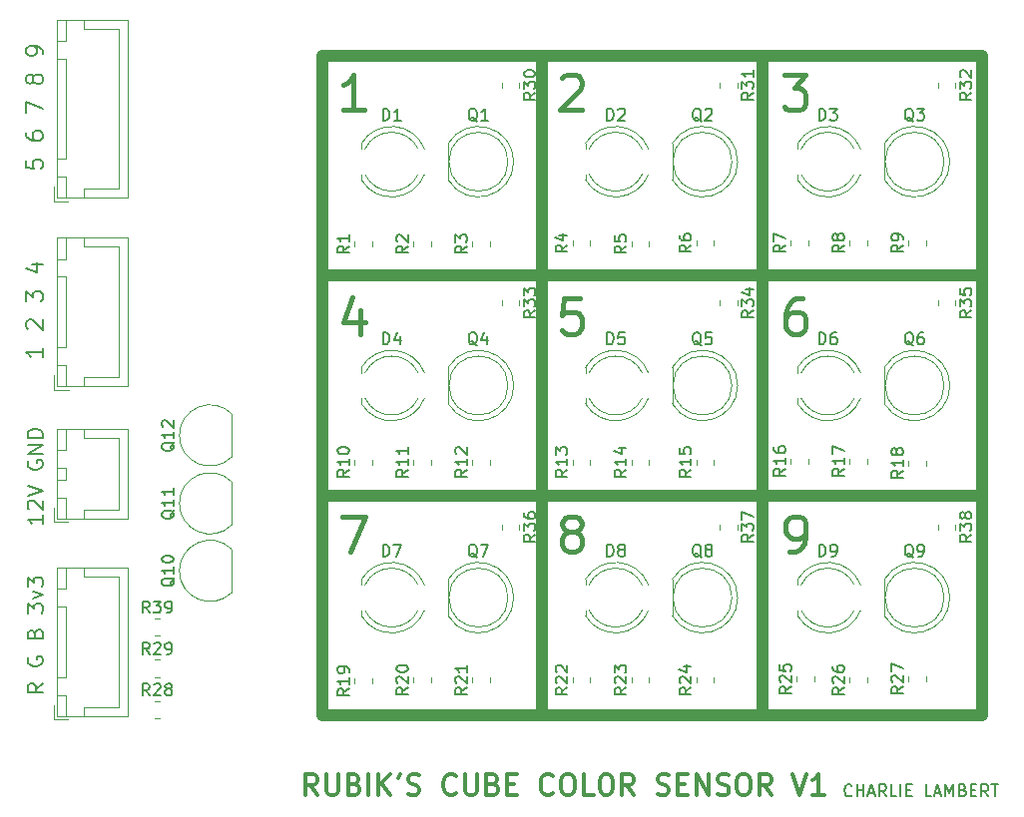
<source format=gbr>
G04 #@! TF.GenerationSoftware,KiCad,Pcbnew,8.0.0*
G04 #@! TF.CreationDate,2024-03-14T11:38:26-06:00*
G04 #@! TF.ProjectId,ColorSensor,436f6c6f-7253-4656-9e73-6f722e6b6963,A*
G04 #@! TF.SameCoordinates,Original*
G04 #@! TF.FileFunction,Legend,Top*
G04 #@! TF.FilePolarity,Positive*
%FSLAX46Y46*%
G04 Gerber Fmt 4.6, Leading zero omitted, Abs format (unit mm)*
G04 Created by KiCad (PCBNEW 8.0.0) date 2024-03-14 11:38:26*
%MOMM*%
%LPD*%
G01*
G04 APERTURE LIST*
%ADD10C,0.100000*%
%ADD11C,1.000000*%
%ADD12C,0.400000*%
%ADD13C,0.200000*%
%ADD14C,0.300000*%
%ADD15C,0.150000*%
%ADD16C,0.120000*%
G04 APERTURE END LIST*
D10*
X122000000Y-72000000D02*
X178000000Y-72000000D01*
X178000000Y-128000000D01*
X122000000Y-128000000D01*
X122000000Y-72000000D01*
D11*
X159333333Y-72000000D02*
X178000000Y-72000000D01*
X178000000Y-128000000D01*
X159333333Y-128000000D01*
X159333333Y-72000000D01*
X122000000Y-72000000D02*
X178000000Y-72000000D01*
X178000000Y-90666667D01*
X122000000Y-90666667D01*
X122000000Y-72000000D01*
X122000000Y-109333333D02*
X178000000Y-109333333D01*
X178000000Y-128000000D01*
X122000000Y-128000000D01*
X122000000Y-109333333D01*
X122000000Y-72000000D02*
X140666667Y-72000000D01*
X140666667Y-128000000D01*
X122000000Y-128000000D01*
X122000000Y-72000000D01*
D12*
X142334585Y-73897771D02*
X142477442Y-73754914D01*
X142477442Y-73754914D02*
X142763157Y-73612057D01*
X142763157Y-73612057D02*
X143477442Y-73612057D01*
X143477442Y-73612057D02*
X143763157Y-73754914D01*
X143763157Y-73754914D02*
X143906014Y-73897771D01*
X143906014Y-73897771D02*
X144048871Y-74183485D01*
X144048871Y-74183485D02*
X144048871Y-74469200D01*
X144048871Y-74469200D02*
X143906014Y-74897771D01*
X143906014Y-74897771D02*
X142191728Y-76612057D01*
X142191728Y-76612057D02*
X144048871Y-76612057D01*
D13*
X166941101Y-134771980D02*
X166893482Y-134819600D01*
X166893482Y-134819600D02*
X166750625Y-134867219D01*
X166750625Y-134867219D02*
X166655387Y-134867219D01*
X166655387Y-134867219D02*
X166512530Y-134819600D01*
X166512530Y-134819600D02*
X166417292Y-134724361D01*
X166417292Y-134724361D02*
X166369673Y-134629123D01*
X166369673Y-134629123D02*
X166322054Y-134438647D01*
X166322054Y-134438647D02*
X166322054Y-134295790D01*
X166322054Y-134295790D02*
X166369673Y-134105314D01*
X166369673Y-134105314D02*
X166417292Y-134010076D01*
X166417292Y-134010076D02*
X166512530Y-133914838D01*
X166512530Y-133914838D02*
X166655387Y-133867219D01*
X166655387Y-133867219D02*
X166750625Y-133867219D01*
X166750625Y-133867219D02*
X166893482Y-133914838D01*
X166893482Y-133914838D02*
X166941101Y-133962457D01*
X167369673Y-134867219D02*
X167369673Y-133867219D01*
X167369673Y-134343409D02*
X167941101Y-134343409D01*
X167941101Y-134867219D02*
X167941101Y-133867219D01*
X168369673Y-134581504D02*
X168845863Y-134581504D01*
X168274435Y-134867219D02*
X168607768Y-133867219D01*
X168607768Y-133867219D02*
X168941101Y-134867219D01*
X169845863Y-134867219D02*
X169512530Y-134391028D01*
X169274435Y-134867219D02*
X169274435Y-133867219D01*
X169274435Y-133867219D02*
X169655387Y-133867219D01*
X169655387Y-133867219D02*
X169750625Y-133914838D01*
X169750625Y-133914838D02*
X169798244Y-133962457D01*
X169798244Y-133962457D02*
X169845863Y-134057695D01*
X169845863Y-134057695D02*
X169845863Y-134200552D01*
X169845863Y-134200552D02*
X169798244Y-134295790D01*
X169798244Y-134295790D02*
X169750625Y-134343409D01*
X169750625Y-134343409D02*
X169655387Y-134391028D01*
X169655387Y-134391028D02*
X169274435Y-134391028D01*
X170750625Y-134867219D02*
X170274435Y-134867219D01*
X170274435Y-134867219D02*
X170274435Y-133867219D01*
X171083959Y-134867219D02*
X171083959Y-133867219D01*
X171560149Y-134343409D02*
X171893482Y-134343409D01*
X172036339Y-134867219D02*
X171560149Y-134867219D01*
X171560149Y-134867219D02*
X171560149Y-133867219D01*
X171560149Y-133867219D02*
X172036339Y-133867219D01*
X173703006Y-134867219D02*
X173226816Y-134867219D01*
X173226816Y-134867219D02*
X173226816Y-133867219D01*
X173988721Y-134581504D02*
X174464911Y-134581504D01*
X173893483Y-134867219D02*
X174226816Y-133867219D01*
X174226816Y-133867219D02*
X174560149Y-134867219D01*
X174893483Y-134867219D02*
X174893483Y-133867219D01*
X174893483Y-133867219D02*
X175226816Y-134581504D01*
X175226816Y-134581504D02*
X175560149Y-133867219D01*
X175560149Y-133867219D02*
X175560149Y-134867219D01*
X176369673Y-134343409D02*
X176512530Y-134391028D01*
X176512530Y-134391028D02*
X176560149Y-134438647D01*
X176560149Y-134438647D02*
X176607768Y-134533885D01*
X176607768Y-134533885D02*
X176607768Y-134676742D01*
X176607768Y-134676742D02*
X176560149Y-134771980D01*
X176560149Y-134771980D02*
X176512530Y-134819600D01*
X176512530Y-134819600D02*
X176417292Y-134867219D01*
X176417292Y-134867219D02*
X176036340Y-134867219D01*
X176036340Y-134867219D02*
X176036340Y-133867219D01*
X176036340Y-133867219D02*
X176369673Y-133867219D01*
X176369673Y-133867219D02*
X176464911Y-133914838D01*
X176464911Y-133914838D02*
X176512530Y-133962457D01*
X176512530Y-133962457D02*
X176560149Y-134057695D01*
X176560149Y-134057695D02*
X176560149Y-134152933D01*
X176560149Y-134152933D02*
X176512530Y-134248171D01*
X176512530Y-134248171D02*
X176464911Y-134295790D01*
X176464911Y-134295790D02*
X176369673Y-134343409D01*
X176369673Y-134343409D02*
X176036340Y-134343409D01*
X177036340Y-134343409D02*
X177369673Y-134343409D01*
X177512530Y-134867219D02*
X177036340Y-134867219D01*
X177036340Y-134867219D02*
X177036340Y-133867219D01*
X177036340Y-133867219D02*
X177512530Y-133867219D01*
X178512530Y-134867219D02*
X178179197Y-134391028D01*
X177941102Y-134867219D02*
X177941102Y-133867219D01*
X177941102Y-133867219D02*
X178322054Y-133867219D01*
X178322054Y-133867219D02*
X178417292Y-133914838D01*
X178417292Y-133914838D02*
X178464911Y-133962457D01*
X178464911Y-133962457D02*
X178512530Y-134057695D01*
X178512530Y-134057695D02*
X178512530Y-134200552D01*
X178512530Y-134200552D02*
X178464911Y-134295790D01*
X178464911Y-134295790D02*
X178417292Y-134343409D01*
X178417292Y-134343409D02*
X178322054Y-134391028D01*
X178322054Y-134391028D02*
X177941102Y-134391028D01*
X178798245Y-133867219D02*
X179369673Y-133867219D01*
X179083959Y-134867219D02*
X179083959Y-133867219D01*
X98330504Y-125316041D02*
X97711457Y-125749374D01*
X98330504Y-126058898D02*
X97030504Y-126058898D01*
X97030504Y-126058898D02*
X97030504Y-125563660D01*
X97030504Y-125563660D02*
X97092409Y-125439850D01*
X97092409Y-125439850D02*
X97154314Y-125377945D01*
X97154314Y-125377945D02*
X97278123Y-125316041D01*
X97278123Y-125316041D02*
X97463838Y-125316041D01*
X97463838Y-125316041D02*
X97587647Y-125377945D01*
X97587647Y-125377945D02*
X97649552Y-125439850D01*
X97649552Y-125439850D02*
X97711457Y-125563660D01*
X97711457Y-125563660D02*
X97711457Y-126058898D01*
X97092409Y-123087469D02*
X97030504Y-123211279D01*
X97030504Y-123211279D02*
X97030504Y-123396993D01*
X97030504Y-123396993D02*
X97092409Y-123582707D01*
X97092409Y-123582707D02*
X97216219Y-123706517D01*
X97216219Y-123706517D02*
X97340028Y-123768422D01*
X97340028Y-123768422D02*
X97587647Y-123830326D01*
X97587647Y-123830326D02*
X97773361Y-123830326D01*
X97773361Y-123830326D02*
X98020980Y-123768422D01*
X98020980Y-123768422D02*
X98144790Y-123706517D01*
X98144790Y-123706517D02*
X98268600Y-123582707D01*
X98268600Y-123582707D02*
X98330504Y-123396993D01*
X98330504Y-123396993D02*
X98330504Y-123273184D01*
X98330504Y-123273184D02*
X98268600Y-123087469D01*
X98268600Y-123087469D02*
X98206695Y-123025565D01*
X98206695Y-123025565D02*
X97773361Y-123025565D01*
X97773361Y-123025565D02*
X97773361Y-123273184D01*
X97649552Y-121044612D02*
X97711457Y-120858898D01*
X97711457Y-120858898D02*
X97773361Y-120796993D01*
X97773361Y-120796993D02*
X97897171Y-120735089D01*
X97897171Y-120735089D02*
X98082885Y-120735089D01*
X98082885Y-120735089D02*
X98206695Y-120796993D01*
X98206695Y-120796993D02*
X98268600Y-120858898D01*
X98268600Y-120858898D02*
X98330504Y-120982708D01*
X98330504Y-120982708D02*
X98330504Y-121477946D01*
X98330504Y-121477946D02*
X97030504Y-121477946D01*
X97030504Y-121477946D02*
X97030504Y-121044612D01*
X97030504Y-121044612D02*
X97092409Y-120920803D01*
X97092409Y-120920803D02*
X97154314Y-120858898D01*
X97154314Y-120858898D02*
X97278123Y-120796993D01*
X97278123Y-120796993D02*
X97401933Y-120796993D01*
X97401933Y-120796993D02*
X97525742Y-120858898D01*
X97525742Y-120858898D02*
X97587647Y-120920803D01*
X97587647Y-120920803D02*
X97649552Y-121044612D01*
X97649552Y-121044612D02*
X97649552Y-121477946D01*
X97030504Y-119311279D02*
X97030504Y-118506517D01*
X97030504Y-118506517D02*
X97525742Y-118939851D01*
X97525742Y-118939851D02*
X97525742Y-118754136D01*
X97525742Y-118754136D02*
X97587647Y-118630327D01*
X97587647Y-118630327D02*
X97649552Y-118568422D01*
X97649552Y-118568422D02*
X97773361Y-118506517D01*
X97773361Y-118506517D02*
X98082885Y-118506517D01*
X98082885Y-118506517D02*
X98206695Y-118568422D01*
X98206695Y-118568422D02*
X98268600Y-118630327D01*
X98268600Y-118630327D02*
X98330504Y-118754136D01*
X98330504Y-118754136D02*
X98330504Y-119125565D01*
X98330504Y-119125565D02*
X98268600Y-119249374D01*
X98268600Y-119249374D02*
X98206695Y-119311279D01*
X97463838Y-118073184D02*
X98330504Y-117763660D01*
X98330504Y-117763660D02*
X97463838Y-117454137D01*
X97030504Y-117082708D02*
X97030504Y-116277946D01*
X97030504Y-116277946D02*
X97525742Y-116711280D01*
X97525742Y-116711280D02*
X97525742Y-116525565D01*
X97525742Y-116525565D02*
X97587647Y-116401756D01*
X97587647Y-116401756D02*
X97649552Y-116339851D01*
X97649552Y-116339851D02*
X97773361Y-116277946D01*
X97773361Y-116277946D02*
X98082885Y-116277946D01*
X98082885Y-116277946D02*
X98206695Y-116339851D01*
X98206695Y-116339851D02*
X98268600Y-116401756D01*
X98268600Y-116401756D02*
X98330504Y-116525565D01*
X98330504Y-116525565D02*
X98330504Y-116896994D01*
X98330504Y-116896994D02*
X98268600Y-117020803D01*
X98268600Y-117020803D02*
X98206695Y-117082708D01*
D12*
X125263157Y-93612057D02*
X125263157Y-95612057D01*
X124548871Y-92469200D02*
X123834585Y-94612057D01*
X123834585Y-94612057D02*
X125691728Y-94612057D01*
D14*
X121614034Y-134770234D02*
X121030701Y-133936901D01*
X120614034Y-134770234D02*
X120614034Y-133020234D01*
X120614034Y-133020234D02*
X121280701Y-133020234D01*
X121280701Y-133020234D02*
X121447368Y-133103567D01*
X121447368Y-133103567D02*
X121530701Y-133186901D01*
X121530701Y-133186901D02*
X121614034Y-133353567D01*
X121614034Y-133353567D02*
X121614034Y-133603567D01*
X121614034Y-133603567D02*
X121530701Y-133770234D01*
X121530701Y-133770234D02*
X121447368Y-133853567D01*
X121447368Y-133853567D02*
X121280701Y-133936901D01*
X121280701Y-133936901D02*
X120614034Y-133936901D01*
X122364034Y-133020234D02*
X122364034Y-134436901D01*
X122364034Y-134436901D02*
X122447368Y-134603567D01*
X122447368Y-134603567D02*
X122530701Y-134686901D01*
X122530701Y-134686901D02*
X122697368Y-134770234D01*
X122697368Y-134770234D02*
X123030701Y-134770234D01*
X123030701Y-134770234D02*
X123197368Y-134686901D01*
X123197368Y-134686901D02*
X123280701Y-134603567D01*
X123280701Y-134603567D02*
X123364034Y-134436901D01*
X123364034Y-134436901D02*
X123364034Y-133020234D01*
X124780701Y-133853567D02*
X125030701Y-133936901D01*
X125030701Y-133936901D02*
X125114034Y-134020234D01*
X125114034Y-134020234D02*
X125197367Y-134186901D01*
X125197367Y-134186901D02*
X125197367Y-134436901D01*
X125197367Y-134436901D02*
X125114034Y-134603567D01*
X125114034Y-134603567D02*
X125030701Y-134686901D01*
X125030701Y-134686901D02*
X124864034Y-134770234D01*
X124864034Y-134770234D02*
X124197367Y-134770234D01*
X124197367Y-134770234D02*
X124197367Y-133020234D01*
X124197367Y-133020234D02*
X124780701Y-133020234D01*
X124780701Y-133020234D02*
X124947367Y-133103567D01*
X124947367Y-133103567D02*
X125030701Y-133186901D01*
X125030701Y-133186901D02*
X125114034Y-133353567D01*
X125114034Y-133353567D02*
X125114034Y-133520234D01*
X125114034Y-133520234D02*
X125030701Y-133686901D01*
X125030701Y-133686901D02*
X124947367Y-133770234D01*
X124947367Y-133770234D02*
X124780701Y-133853567D01*
X124780701Y-133853567D02*
X124197367Y-133853567D01*
X125947367Y-134770234D02*
X125947367Y-133020234D01*
X126780700Y-134770234D02*
X126780700Y-133020234D01*
X127780700Y-134770234D02*
X127030700Y-133770234D01*
X127780700Y-133020234D02*
X126780700Y-134020234D01*
X128614034Y-133020234D02*
X128447367Y-133353567D01*
X129280700Y-134686901D02*
X129530700Y-134770234D01*
X129530700Y-134770234D02*
X129947367Y-134770234D01*
X129947367Y-134770234D02*
X130114033Y-134686901D01*
X130114033Y-134686901D02*
X130197367Y-134603567D01*
X130197367Y-134603567D02*
X130280700Y-134436901D01*
X130280700Y-134436901D02*
X130280700Y-134270234D01*
X130280700Y-134270234D02*
X130197367Y-134103567D01*
X130197367Y-134103567D02*
X130114033Y-134020234D01*
X130114033Y-134020234D02*
X129947367Y-133936901D01*
X129947367Y-133936901D02*
X129614033Y-133853567D01*
X129614033Y-133853567D02*
X129447367Y-133770234D01*
X129447367Y-133770234D02*
X129364033Y-133686901D01*
X129364033Y-133686901D02*
X129280700Y-133520234D01*
X129280700Y-133520234D02*
X129280700Y-133353567D01*
X129280700Y-133353567D02*
X129364033Y-133186901D01*
X129364033Y-133186901D02*
X129447367Y-133103567D01*
X129447367Y-133103567D02*
X129614033Y-133020234D01*
X129614033Y-133020234D02*
X130030700Y-133020234D01*
X130030700Y-133020234D02*
X130280700Y-133103567D01*
X133364033Y-134603567D02*
X133280700Y-134686901D01*
X133280700Y-134686901D02*
X133030700Y-134770234D01*
X133030700Y-134770234D02*
X132864033Y-134770234D01*
X132864033Y-134770234D02*
X132614033Y-134686901D01*
X132614033Y-134686901D02*
X132447367Y-134520234D01*
X132447367Y-134520234D02*
X132364033Y-134353567D01*
X132364033Y-134353567D02*
X132280700Y-134020234D01*
X132280700Y-134020234D02*
X132280700Y-133770234D01*
X132280700Y-133770234D02*
X132364033Y-133436901D01*
X132364033Y-133436901D02*
X132447367Y-133270234D01*
X132447367Y-133270234D02*
X132614033Y-133103567D01*
X132614033Y-133103567D02*
X132864033Y-133020234D01*
X132864033Y-133020234D02*
X133030700Y-133020234D01*
X133030700Y-133020234D02*
X133280700Y-133103567D01*
X133280700Y-133103567D02*
X133364033Y-133186901D01*
X134114033Y-133020234D02*
X134114033Y-134436901D01*
X134114033Y-134436901D02*
X134197367Y-134603567D01*
X134197367Y-134603567D02*
X134280700Y-134686901D01*
X134280700Y-134686901D02*
X134447367Y-134770234D01*
X134447367Y-134770234D02*
X134780700Y-134770234D01*
X134780700Y-134770234D02*
X134947367Y-134686901D01*
X134947367Y-134686901D02*
X135030700Y-134603567D01*
X135030700Y-134603567D02*
X135114033Y-134436901D01*
X135114033Y-134436901D02*
X135114033Y-133020234D01*
X136530700Y-133853567D02*
X136780700Y-133936901D01*
X136780700Y-133936901D02*
X136864033Y-134020234D01*
X136864033Y-134020234D02*
X136947366Y-134186901D01*
X136947366Y-134186901D02*
X136947366Y-134436901D01*
X136947366Y-134436901D02*
X136864033Y-134603567D01*
X136864033Y-134603567D02*
X136780700Y-134686901D01*
X136780700Y-134686901D02*
X136614033Y-134770234D01*
X136614033Y-134770234D02*
X135947366Y-134770234D01*
X135947366Y-134770234D02*
X135947366Y-133020234D01*
X135947366Y-133020234D02*
X136530700Y-133020234D01*
X136530700Y-133020234D02*
X136697366Y-133103567D01*
X136697366Y-133103567D02*
X136780700Y-133186901D01*
X136780700Y-133186901D02*
X136864033Y-133353567D01*
X136864033Y-133353567D02*
X136864033Y-133520234D01*
X136864033Y-133520234D02*
X136780700Y-133686901D01*
X136780700Y-133686901D02*
X136697366Y-133770234D01*
X136697366Y-133770234D02*
X136530700Y-133853567D01*
X136530700Y-133853567D02*
X135947366Y-133853567D01*
X137697366Y-133853567D02*
X138280700Y-133853567D01*
X138530700Y-134770234D02*
X137697366Y-134770234D01*
X137697366Y-134770234D02*
X137697366Y-133020234D01*
X137697366Y-133020234D02*
X138530700Y-133020234D01*
X141614032Y-134603567D02*
X141530699Y-134686901D01*
X141530699Y-134686901D02*
X141280699Y-134770234D01*
X141280699Y-134770234D02*
X141114032Y-134770234D01*
X141114032Y-134770234D02*
X140864032Y-134686901D01*
X140864032Y-134686901D02*
X140697366Y-134520234D01*
X140697366Y-134520234D02*
X140614032Y-134353567D01*
X140614032Y-134353567D02*
X140530699Y-134020234D01*
X140530699Y-134020234D02*
X140530699Y-133770234D01*
X140530699Y-133770234D02*
X140614032Y-133436901D01*
X140614032Y-133436901D02*
X140697366Y-133270234D01*
X140697366Y-133270234D02*
X140864032Y-133103567D01*
X140864032Y-133103567D02*
X141114032Y-133020234D01*
X141114032Y-133020234D02*
X141280699Y-133020234D01*
X141280699Y-133020234D02*
X141530699Y-133103567D01*
X141530699Y-133103567D02*
X141614032Y-133186901D01*
X142697366Y-133020234D02*
X143030699Y-133020234D01*
X143030699Y-133020234D02*
X143197366Y-133103567D01*
X143197366Y-133103567D02*
X143364032Y-133270234D01*
X143364032Y-133270234D02*
X143447366Y-133603567D01*
X143447366Y-133603567D02*
X143447366Y-134186901D01*
X143447366Y-134186901D02*
X143364032Y-134520234D01*
X143364032Y-134520234D02*
X143197366Y-134686901D01*
X143197366Y-134686901D02*
X143030699Y-134770234D01*
X143030699Y-134770234D02*
X142697366Y-134770234D01*
X142697366Y-134770234D02*
X142530699Y-134686901D01*
X142530699Y-134686901D02*
X142364032Y-134520234D01*
X142364032Y-134520234D02*
X142280699Y-134186901D01*
X142280699Y-134186901D02*
X142280699Y-133603567D01*
X142280699Y-133603567D02*
X142364032Y-133270234D01*
X142364032Y-133270234D02*
X142530699Y-133103567D01*
X142530699Y-133103567D02*
X142697366Y-133020234D01*
X145030699Y-134770234D02*
X144197365Y-134770234D01*
X144197365Y-134770234D02*
X144197365Y-133020234D01*
X145947366Y-133020234D02*
X146280699Y-133020234D01*
X146280699Y-133020234D02*
X146447366Y-133103567D01*
X146447366Y-133103567D02*
X146614032Y-133270234D01*
X146614032Y-133270234D02*
X146697366Y-133603567D01*
X146697366Y-133603567D02*
X146697366Y-134186901D01*
X146697366Y-134186901D02*
X146614032Y-134520234D01*
X146614032Y-134520234D02*
X146447366Y-134686901D01*
X146447366Y-134686901D02*
X146280699Y-134770234D01*
X146280699Y-134770234D02*
X145947366Y-134770234D01*
X145947366Y-134770234D02*
X145780699Y-134686901D01*
X145780699Y-134686901D02*
X145614032Y-134520234D01*
X145614032Y-134520234D02*
X145530699Y-134186901D01*
X145530699Y-134186901D02*
X145530699Y-133603567D01*
X145530699Y-133603567D02*
X145614032Y-133270234D01*
X145614032Y-133270234D02*
X145780699Y-133103567D01*
X145780699Y-133103567D02*
X145947366Y-133020234D01*
X148447365Y-134770234D02*
X147864032Y-133936901D01*
X147447365Y-134770234D02*
X147447365Y-133020234D01*
X147447365Y-133020234D02*
X148114032Y-133020234D01*
X148114032Y-133020234D02*
X148280699Y-133103567D01*
X148280699Y-133103567D02*
X148364032Y-133186901D01*
X148364032Y-133186901D02*
X148447365Y-133353567D01*
X148447365Y-133353567D02*
X148447365Y-133603567D01*
X148447365Y-133603567D02*
X148364032Y-133770234D01*
X148364032Y-133770234D02*
X148280699Y-133853567D01*
X148280699Y-133853567D02*
X148114032Y-133936901D01*
X148114032Y-133936901D02*
X147447365Y-133936901D01*
X150447365Y-134686901D02*
X150697365Y-134770234D01*
X150697365Y-134770234D02*
X151114032Y-134770234D01*
X151114032Y-134770234D02*
X151280698Y-134686901D01*
X151280698Y-134686901D02*
X151364032Y-134603567D01*
X151364032Y-134603567D02*
X151447365Y-134436901D01*
X151447365Y-134436901D02*
X151447365Y-134270234D01*
X151447365Y-134270234D02*
X151364032Y-134103567D01*
X151364032Y-134103567D02*
X151280698Y-134020234D01*
X151280698Y-134020234D02*
X151114032Y-133936901D01*
X151114032Y-133936901D02*
X150780698Y-133853567D01*
X150780698Y-133853567D02*
X150614032Y-133770234D01*
X150614032Y-133770234D02*
X150530698Y-133686901D01*
X150530698Y-133686901D02*
X150447365Y-133520234D01*
X150447365Y-133520234D02*
X150447365Y-133353567D01*
X150447365Y-133353567D02*
X150530698Y-133186901D01*
X150530698Y-133186901D02*
X150614032Y-133103567D01*
X150614032Y-133103567D02*
X150780698Y-133020234D01*
X150780698Y-133020234D02*
X151197365Y-133020234D01*
X151197365Y-133020234D02*
X151447365Y-133103567D01*
X152197365Y-133853567D02*
X152780699Y-133853567D01*
X153030699Y-134770234D02*
X152197365Y-134770234D01*
X152197365Y-134770234D02*
X152197365Y-133020234D01*
X152197365Y-133020234D02*
X153030699Y-133020234D01*
X153780698Y-134770234D02*
X153780698Y-133020234D01*
X153780698Y-133020234D02*
X154780698Y-134770234D01*
X154780698Y-134770234D02*
X154780698Y-133020234D01*
X155530698Y-134686901D02*
X155780698Y-134770234D01*
X155780698Y-134770234D02*
X156197365Y-134770234D01*
X156197365Y-134770234D02*
X156364031Y-134686901D01*
X156364031Y-134686901D02*
X156447365Y-134603567D01*
X156447365Y-134603567D02*
X156530698Y-134436901D01*
X156530698Y-134436901D02*
X156530698Y-134270234D01*
X156530698Y-134270234D02*
X156447365Y-134103567D01*
X156447365Y-134103567D02*
X156364031Y-134020234D01*
X156364031Y-134020234D02*
X156197365Y-133936901D01*
X156197365Y-133936901D02*
X155864031Y-133853567D01*
X155864031Y-133853567D02*
X155697365Y-133770234D01*
X155697365Y-133770234D02*
X155614031Y-133686901D01*
X155614031Y-133686901D02*
X155530698Y-133520234D01*
X155530698Y-133520234D02*
X155530698Y-133353567D01*
X155530698Y-133353567D02*
X155614031Y-133186901D01*
X155614031Y-133186901D02*
X155697365Y-133103567D01*
X155697365Y-133103567D02*
X155864031Y-133020234D01*
X155864031Y-133020234D02*
X156280698Y-133020234D01*
X156280698Y-133020234D02*
X156530698Y-133103567D01*
X157614032Y-133020234D02*
X157947365Y-133020234D01*
X157947365Y-133020234D02*
X158114032Y-133103567D01*
X158114032Y-133103567D02*
X158280698Y-133270234D01*
X158280698Y-133270234D02*
X158364032Y-133603567D01*
X158364032Y-133603567D02*
X158364032Y-134186901D01*
X158364032Y-134186901D02*
X158280698Y-134520234D01*
X158280698Y-134520234D02*
X158114032Y-134686901D01*
X158114032Y-134686901D02*
X157947365Y-134770234D01*
X157947365Y-134770234D02*
X157614032Y-134770234D01*
X157614032Y-134770234D02*
X157447365Y-134686901D01*
X157447365Y-134686901D02*
X157280698Y-134520234D01*
X157280698Y-134520234D02*
X157197365Y-134186901D01*
X157197365Y-134186901D02*
X157197365Y-133603567D01*
X157197365Y-133603567D02*
X157280698Y-133270234D01*
X157280698Y-133270234D02*
X157447365Y-133103567D01*
X157447365Y-133103567D02*
X157614032Y-133020234D01*
X160114031Y-134770234D02*
X159530698Y-133936901D01*
X159114031Y-134770234D02*
X159114031Y-133020234D01*
X159114031Y-133020234D02*
X159780698Y-133020234D01*
X159780698Y-133020234D02*
X159947365Y-133103567D01*
X159947365Y-133103567D02*
X160030698Y-133186901D01*
X160030698Y-133186901D02*
X160114031Y-133353567D01*
X160114031Y-133353567D02*
X160114031Y-133603567D01*
X160114031Y-133603567D02*
X160030698Y-133770234D01*
X160030698Y-133770234D02*
X159947365Y-133853567D01*
X159947365Y-133853567D02*
X159780698Y-133936901D01*
X159780698Y-133936901D02*
X159114031Y-133936901D01*
X161947364Y-133020234D02*
X162530698Y-134770234D01*
X162530698Y-134770234D02*
X163114031Y-133020234D01*
X164614031Y-134770234D02*
X163614031Y-134770234D01*
X164114031Y-134770234D02*
X164114031Y-133020234D01*
X164114031Y-133020234D02*
X163947364Y-133270234D01*
X163947364Y-133270234D02*
X163780698Y-133436901D01*
X163780698Y-133436901D02*
X163614031Y-133520234D01*
D13*
X98318266Y-96801755D02*
X98318266Y-97601755D01*
X98318266Y-97201755D02*
X96918266Y-97201755D01*
X96918266Y-97201755D02*
X97118266Y-97335088D01*
X97118266Y-97335088D02*
X97251600Y-97468422D01*
X97251600Y-97468422D02*
X97318266Y-97601755D01*
X97051600Y-95201755D02*
X96984933Y-95135088D01*
X96984933Y-95135088D02*
X96918266Y-95001755D01*
X96918266Y-95001755D02*
X96918266Y-94668422D01*
X96918266Y-94668422D02*
X96984933Y-94535088D01*
X96984933Y-94535088D02*
X97051600Y-94468422D01*
X97051600Y-94468422D02*
X97184933Y-94401755D01*
X97184933Y-94401755D02*
X97318266Y-94401755D01*
X97318266Y-94401755D02*
X97518266Y-94468422D01*
X97518266Y-94468422D02*
X98318266Y-95268422D01*
X98318266Y-95268422D02*
X98318266Y-94401755D01*
X96918266Y-92868422D02*
X96918266Y-92001755D01*
X96918266Y-92001755D02*
X97451600Y-92468422D01*
X97451600Y-92468422D02*
X97451600Y-92268422D01*
X97451600Y-92268422D02*
X97518266Y-92135088D01*
X97518266Y-92135088D02*
X97584933Y-92068422D01*
X97584933Y-92068422D02*
X97718266Y-92001755D01*
X97718266Y-92001755D02*
X98051600Y-92001755D01*
X98051600Y-92001755D02*
X98184933Y-92068422D01*
X98184933Y-92068422D02*
X98251600Y-92135088D01*
X98251600Y-92135088D02*
X98318266Y-92268422D01*
X98318266Y-92268422D02*
X98318266Y-92668422D01*
X98318266Y-92668422D02*
X98251600Y-92801755D01*
X98251600Y-92801755D02*
X98184933Y-92868422D01*
X97384933Y-89735088D02*
X98318266Y-89735088D01*
X96851600Y-90068422D02*
X97851600Y-90401755D01*
X97851600Y-90401755D02*
X97851600Y-89535088D01*
D12*
X161620299Y-114112057D02*
X162191728Y-114112057D01*
X162191728Y-114112057D02*
X162477442Y-113969200D01*
X162477442Y-113969200D02*
X162620299Y-113826342D01*
X162620299Y-113826342D02*
X162906014Y-113397771D01*
X162906014Y-113397771D02*
X163048871Y-112826342D01*
X163048871Y-112826342D02*
X163048871Y-111683485D01*
X163048871Y-111683485D02*
X162906014Y-111397771D01*
X162906014Y-111397771D02*
X162763157Y-111254914D01*
X162763157Y-111254914D02*
X162477442Y-111112057D01*
X162477442Y-111112057D02*
X161906014Y-111112057D01*
X161906014Y-111112057D02*
X161620299Y-111254914D01*
X161620299Y-111254914D02*
X161477442Y-111397771D01*
X161477442Y-111397771D02*
X161334585Y-111683485D01*
X161334585Y-111683485D02*
X161334585Y-112397771D01*
X161334585Y-112397771D02*
X161477442Y-112683485D01*
X161477442Y-112683485D02*
X161620299Y-112826342D01*
X161620299Y-112826342D02*
X161906014Y-112969200D01*
X161906014Y-112969200D02*
X162477442Y-112969200D01*
X162477442Y-112969200D02*
X162763157Y-112826342D01*
X162763157Y-112826342D02*
X162906014Y-112683485D01*
X162906014Y-112683485D02*
X163048871Y-112397771D01*
X142906014Y-112397771D02*
X142620299Y-112254914D01*
X142620299Y-112254914D02*
X142477442Y-112112057D01*
X142477442Y-112112057D02*
X142334585Y-111826342D01*
X142334585Y-111826342D02*
X142334585Y-111683485D01*
X142334585Y-111683485D02*
X142477442Y-111397771D01*
X142477442Y-111397771D02*
X142620299Y-111254914D01*
X142620299Y-111254914D02*
X142906014Y-111112057D01*
X142906014Y-111112057D02*
X143477442Y-111112057D01*
X143477442Y-111112057D02*
X143763157Y-111254914D01*
X143763157Y-111254914D02*
X143906014Y-111397771D01*
X143906014Y-111397771D02*
X144048871Y-111683485D01*
X144048871Y-111683485D02*
X144048871Y-111826342D01*
X144048871Y-111826342D02*
X143906014Y-112112057D01*
X143906014Y-112112057D02*
X143763157Y-112254914D01*
X143763157Y-112254914D02*
X143477442Y-112397771D01*
X143477442Y-112397771D02*
X142906014Y-112397771D01*
X142906014Y-112397771D02*
X142620299Y-112540628D01*
X142620299Y-112540628D02*
X142477442Y-112683485D01*
X142477442Y-112683485D02*
X142334585Y-112969200D01*
X142334585Y-112969200D02*
X142334585Y-113540628D01*
X142334585Y-113540628D02*
X142477442Y-113826342D01*
X142477442Y-113826342D02*
X142620299Y-113969200D01*
X142620299Y-113969200D02*
X142906014Y-114112057D01*
X142906014Y-114112057D02*
X143477442Y-114112057D01*
X143477442Y-114112057D02*
X143763157Y-113969200D01*
X143763157Y-113969200D02*
X143906014Y-113826342D01*
X143906014Y-113826342D02*
X144048871Y-113540628D01*
X144048871Y-113540628D02*
X144048871Y-112969200D01*
X144048871Y-112969200D02*
X143906014Y-112683485D01*
X143906014Y-112683485D02*
X143763157Y-112540628D01*
X143763157Y-112540628D02*
X143477442Y-112397771D01*
X162763157Y-92612057D02*
X162191728Y-92612057D01*
X162191728Y-92612057D02*
X161906014Y-92754914D01*
X161906014Y-92754914D02*
X161763157Y-92897771D01*
X161763157Y-92897771D02*
X161477442Y-93326342D01*
X161477442Y-93326342D02*
X161334585Y-93897771D01*
X161334585Y-93897771D02*
X161334585Y-95040628D01*
X161334585Y-95040628D02*
X161477442Y-95326342D01*
X161477442Y-95326342D02*
X161620299Y-95469200D01*
X161620299Y-95469200D02*
X161906014Y-95612057D01*
X161906014Y-95612057D02*
X162477442Y-95612057D01*
X162477442Y-95612057D02*
X162763157Y-95469200D01*
X162763157Y-95469200D02*
X162906014Y-95326342D01*
X162906014Y-95326342D02*
X163048871Y-95040628D01*
X163048871Y-95040628D02*
X163048871Y-94326342D01*
X163048871Y-94326342D02*
X162906014Y-94040628D01*
X162906014Y-94040628D02*
X162763157Y-93897771D01*
X162763157Y-93897771D02*
X162477442Y-93754914D01*
X162477442Y-93754914D02*
X161906014Y-93754914D01*
X161906014Y-93754914D02*
X161620299Y-93897771D01*
X161620299Y-93897771D02*
X161477442Y-94040628D01*
X161477442Y-94040628D02*
X161334585Y-94326342D01*
X161191728Y-73612057D02*
X163048871Y-73612057D01*
X163048871Y-73612057D02*
X162048871Y-74754914D01*
X162048871Y-74754914D02*
X162477442Y-74754914D01*
X162477442Y-74754914D02*
X162763157Y-74897771D01*
X162763157Y-74897771D02*
X162906014Y-75040628D01*
X162906014Y-75040628D02*
X163048871Y-75326342D01*
X163048871Y-75326342D02*
X163048871Y-76040628D01*
X163048871Y-76040628D02*
X162906014Y-76326342D01*
X162906014Y-76326342D02*
X162763157Y-76469200D01*
X162763157Y-76469200D02*
X162477442Y-76612057D01*
X162477442Y-76612057D02*
X161620299Y-76612057D01*
X161620299Y-76612057D02*
X161334585Y-76469200D01*
X161334585Y-76469200D02*
X161191728Y-76326342D01*
D13*
X98330504Y-110987469D02*
X98330504Y-111730326D01*
X98330504Y-111358898D02*
X97030504Y-111358898D01*
X97030504Y-111358898D02*
X97216219Y-111482707D01*
X97216219Y-111482707D02*
X97340028Y-111606517D01*
X97340028Y-111606517D02*
X97401933Y-111730326D01*
X97154314Y-110492231D02*
X97092409Y-110430327D01*
X97092409Y-110430327D02*
X97030504Y-110306517D01*
X97030504Y-110306517D02*
X97030504Y-109996993D01*
X97030504Y-109996993D02*
X97092409Y-109873184D01*
X97092409Y-109873184D02*
X97154314Y-109811279D01*
X97154314Y-109811279D02*
X97278123Y-109749374D01*
X97278123Y-109749374D02*
X97401933Y-109749374D01*
X97401933Y-109749374D02*
X97587647Y-109811279D01*
X97587647Y-109811279D02*
X98330504Y-110554136D01*
X98330504Y-110554136D02*
X98330504Y-109749374D01*
X97030504Y-109377946D02*
X98330504Y-108944613D01*
X98330504Y-108944613D02*
X97030504Y-108511279D01*
X97092409Y-106406517D02*
X97030504Y-106530327D01*
X97030504Y-106530327D02*
X97030504Y-106716041D01*
X97030504Y-106716041D02*
X97092409Y-106901755D01*
X97092409Y-106901755D02*
X97216219Y-107025565D01*
X97216219Y-107025565D02*
X97340028Y-107087470D01*
X97340028Y-107087470D02*
X97587647Y-107149374D01*
X97587647Y-107149374D02*
X97773361Y-107149374D01*
X97773361Y-107149374D02*
X98020980Y-107087470D01*
X98020980Y-107087470D02*
X98144790Y-107025565D01*
X98144790Y-107025565D02*
X98268600Y-106901755D01*
X98268600Y-106901755D02*
X98330504Y-106716041D01*
X98330504Y-106716041D02*
X98330504Y-106592232D01*
X98330504Y-106592232D02*
X98268600Y-106406517D01*
X98268600Y-106406517D02*
X98206695Y-106344613D01*
X98206695Y-106344613D02*
X97773361Y-106344613D01*
X97773361Y-106344613D02*
X97773361Y-106592232D01*
X98330504Y-105787470D02*
X97030504Y-105787470D01*
X97030504Y-105787470D02*
X98330504Y-105044613D01*
X98330504Y-105044613D02*
X97030504Y-105044613D01*
X98330504Y-104425565D02*
X97030504Y-104425565D01*
X97030504Y-104425565D02*
X97030504Y-104116041D01*
X97030504Y-104116041D02*
X97092409Y-103930327D01*
X97092409Y-103930327D02*
X97216219Y-103806517D01*
X97216219Y-103806517D02*
X97340028Y-103744612D01*
X97340028Y-103744612D02*
X97587647Y-103682708D01*
X97587647Y-103682708D02*
X97773361Y-103682708D01*
X97773361Y-103682708D02*
X98020980Y-103744612D01*
X98020980Y-103744612D02*
X98144790Y-103806517D01*
X98144790Y-103806517D02*
X98268600Y-103930327D01*
X98268600Y-103930327D02*
X98330504Y-104116041D01*
X98330504Y-104116041D02*
X98330504Y-104425565D01*
D12*
X123691728Y-111112057D02*
X125691728Y-111112057D01*
X125691728Y-111112057D02*
X124406014Y-114112057D01*
X143906014Y-92612057D02*
X142477442Y-92612057D01*
X142477442Y-92612057D02*
X142334585Y-94040628D01*
X142334585Y-94040628D02*
X142477442Y-93897771D01*
X142477442Y-93897771D02*
X142763157Y-93754914D01*
X142763157Y-93754914D02*
X143477442Y-93754914D01*
X143477442Y-93754914D02*
X143763157Y-93897771D01*
X143763157Y-93897771D02*
X143906014Y-94040628D01*
X143906014Y-94040628D02*
X144048871Y-94326342D01*
X144048871Y-94326342D02*
X144048871Y-95040628D01*
X144048871Y-95040628D02*
X143906014Y-95326342D01*
X143906014Y-95326342D02*
X143763157Y-95469200D01*
X143763157Y-95469200D02*
X143477442Y-95612057D01*
X143477442Y-95612057D02*
X142763157Y-95612057D01*
X142763157Y-95612057D02*
X142477442Y-95469200D01*
X142477442Y-95469200D02*
X142334585Y-95326342D01*
D13*
X96918266Y-80868422D02*
X96918266Y-81535088D01*
X96918266Y-81535088D02*
X97584933Y-81601755D01*
X97584933Y-81601755D02*
X97518266Y-81535088D01*
X97518266Y-81535088D02*
X97451600Y-81401755D01*
X97451600Y-81401755D02*
X97451600Y-81068422D01*
X97451600Y-81068422D02*
X97518266Y-80935088D01*
X97518266Y-80935088D02*
X97584933Y-80868422D01*
X97584933Y-80868422D02*
X97718266Y-80801755D01*
X97718266Y-80801755D02*
X98051600Y-80801755D01*
X98051600Y-80801755D02*
X98184933Y-80868422D01*
X98184933Y-80868422D02*
X98251600Y-80935088D01*
X98251600Y-80935088D02*
X98318266Y-81068422D01*
X98318266Y-81068422D02*
X98318266Y-81401755D01*
X98318266Y-81401755D02*
X98251600Y-81535088D01*
X98251600Y-81535088D02*
X98184933Y-81601755D01*
X96918266Y-78535088D02*
X96918266Y-78801755D01*
X96918266Y-78801755D02*
X96984933Y-78935088D01*
X96984933Y-78935088D02*
X97051600Y-79001755D01*
X97051600Y-79001755D02*
X97251600Y-79135088D01*
X97251600Y-79135088D02*
X97518266Y-79201755D01*
X97518266Y-79201755D02*
X98051600Y-79201755D01*
X98051600Y-79201755D02*
X98184933Y-79135088D01*
X98184933Y-79135088D02*
X98251600Y-79068422D01*
X98251600Y-79068422D02*
X98318266Y-78935088D01*
X98318266Y-78935088D02*
X98318266Y-78668422D01*
X98318266Y-78668422D02*
X98251600Y-78535088D01*
X98251600Y-78535088D02*
X98184933Y-78468422D01*
X98184933Y-78468422D02*
X98051600Y-78401755D01*
X98051600Y-78401755D02*
X97718266Y-78401755D01*
X97718266Y-78401755D02*
X97584933Y-78468422D01*
X97584933Y-78468422D02*
X97518266Y-78535088D01*
X97518266Y-78535088D02*
X97451600Y-78668422D01*
X97451600Y-78668422D02*
X97451600Y-78935088D01*
X97451600Y-78935088D02*
X97518266Y-79068422D01*
X97518266Y-79068422D02*
X97584933Y-79135088D01*
X97584933Y-79135088D02*
X97718266Y-79201755D01*
X96918266Y-76868422D02*
X96918266Y-75935088D01*
X96918266Y-75935088D02*
X98318266Y-76535088D01*
X97518266Y-74135088D02*
X97451600Y-74268422D01*
X97451600Y-74268422D02*
X97384933Y-74335088D01*
X97384933Y-74335088D02*
X97251600Y-74401755D01*
X97251600Y-74401755D02*
X97184933Y-74401755D01*
X97184933Y-74401755D02*
X97051600Y-74335088D01*
X97051600Y-74335088D02*
X96984933Y-74268422D01*
X96984933Y-74268422D02*
X96918266Y-74135088D01*
X96918266Y-74135088D02*
X96918266Y-73868422D01*
X96918266Y-73868422D02*
X96984933Y-73735088D01*
X96984933Y-73735088D02*
X97051600Y-73668422D01*
X97051600Y-73668422D02*
X97184933Y-73601755D01*
X97184933Y-73601755D02*
X97251600Y-73601755D01*
X97251600Y-73601755D02*
X97384933Y-73668422D01*
X97384933Y-73668422D02*
X97451600Y-73735088D01*
X97451600Y-73735088D02*
X97518266Y-73868422D01*
X97518266Y-73868422D02*
X97518266Y-74135088D01*
X97518266Y-74135088D02*
X97584933Y-74268422D01*
X97584933Y-74268422D02*
X97651600Y-74335088D01*
X97651600Y-74335088D02*
X97784933Y-74401755D01*
X97784933Y-74401755D02*
X98051600Y-74401755D01*
X98051600Y-74401755D02*
X98184933Y-74335088D01*
X98184933Y-74335088D02*
X98251600Y-74268422D01*
X98251600Y-74268422D02*
X98318266Y-74135088D01*
X98318266Y-74135088D02*
X98318266Y-73868422D01*
X98318266Y-73868422D02*
X98251600Y-73735088D01*
X98251600Y-73735088D02*
X98184933Y-73668422D01*
X98184933Y-73668422D02*
X98051600Y-73601755D01*
X98051600Y-73601755D02*
X97784933Y-73601755D01*
X97784933Y-73601755D02*
X97651600Y-73668422D01*
X97651600Y-73668422D02*
X97584933Y-73735088D01*
X97584933Y-73735088D02*
X97518266Y-73868422D01*
X98318266Y-71868422D02*
X98318266Y-71601755D01*
X98318266Y-71601755D02*
X98251600Y-71468422D01*
X98251600Y-71468422D02*
X98184933Y-71401755D01*
X98184933Y-71401755D02*
X97984933Y-71268422D01*
X97984933Y-71268422D02*
X97718266Y-71201755D01*
X97718266Y-71201755D02*
X97184933Y-71201755D01*
X97184933Y-71201755D02*
X97051600Y-71268422D01*
X97051600Y-71268422D02*
X96984933Y-71335088D01*
X96984933Y-71335088D02*
X96918266Y-71468422D01*
X96918266Y-71468422D02*
X96918266Y-71735088D01*
X96918266Y-71735088D02*
X96984933Y-71868422D01*
X96984933Y-71868422D02*
X97051600Y-71935088D01*
X97051600Y-71935088D02*
X97184933Y-72001755D01*
X97184933Y-72001755D02*
X97518266Y-72001755D01*
X97518266Y-72001755D02*
X97651600Y-71935088D01*
X97651600Y-71935088D02*
X97718266Y-71868422D01*
X97718266Y-71868422D02*
X97784933Y-71735088D01*
X97784933Y-71735088D02*
X97784933Y-71468422D01*
X97784933Y-71468422D02*
X97718266Y-71335088D01*
X97718266Y-71335088D02*
X97651600Y-71268422D01*
X97651600Y-71268422D02*
X97518266Y-71201755D01*
D12*
X125548871Y-76612057D02*
X123834585Y-76612057D01*
X124691728Y-76612057D02*
X124691728Y-73612057D01*
X124691728Y-73612057D02*
X124406014Y-74040628D01*
X124406014Y-74040628D02*
X124120299Y-74326342D01*
X124120299Y-74326342D02*
X123834585Y-74469200D01*
D15*
X124304819Y-107142857D02*
X123828628Y-107476190D01*
X124304819Y-107714285D02*
X123304819Y-107714285D01*
X123304819Y-107714285D02*
X123304819Y-107333333D01*
X123304819Y-107333333D02*
X123352438Y-107238095D01*
X123352438Y-107238095D02*
X123400057Y-107190476D01*
X123400057Y-107190476D02*
X123495295Y-107142857D01*
X123495295Y-107142857D02*
X123638152Y-107142857D01*
X123638152Y-107142857D02*
X123733390Y-107190476D01*
X123733390Y-107190476D02*
X123781009Y-107238095D01*
X123781009Y-107238095D02*
X123828628Y-107333333D01*
X123828628Y-107333333D02*
X123828628Y-107714285D01*
X124304819Y-106190476D02*
X124304819Y-106761904D01*
X124304819Y-106476190D02*
X123304819Y-106476190D01*
X123304819Y-106476190D02*
X123447676Y-106571428D01*
X123447676Y-106571428D02*
X123542914Y-106666666D01*
X123542914Y-106666666D02*
X123590533Y-106761904D01*
X123304819Y-105571428D02*
X123304819Y-105476190D01*
X123304819Y-105476190D02*
X123352438Y-105380952D01*
X123352438Y-105380952D02*
X123400057Y-105333333D01*
X123400057Y-105333333D02*
X123495295Y-105285714D01*
X123495295Y-105285714D02*
X123685771Y-105238095D01*
X123685771Y-105238095D02*
X123923866Y-105238095D01*
X123923866Y-105238095D02*
X124114342Y-105285714D01*
X124114342Y-105285714D02*
X124209580Y-105333333D01*
X124209580Y-105333333D02*
X124257200Y-105380952D01*
X124257200Y-105380952D02*
X124304819Y-105476190D01*
X124304819Y-105476190D02*
X124304819Y-105571428D01*
X124304819Y-105571428D02*
X124257200Y-105666666D01*
X124257200Y-105666666D02*
X124209580Y-105714285D01*
X124209580Y-105714285D02*
X124114342Y-105761904D01*
X124114342Y-105761904D02*
X123923866Y-105809523D01*
X123923866Y-105809523D02*
X123685771Y-105809523D01*
X123685771Y-105809523D02*
X123495295Y-105761904D01*
X123495295Y-105761904D02*
X123400057Y-105714285D01*
X123400057Y-105714285D02*
X123352438Y-105666666D01*
X123352438Y-105666666D02*
X123304819Y-105571428D01*
X135174761Y-77590057D02*
X135079523Y-77542438D01*
X135079523Y-77542438D02*
X134984285Y-77447200D01*
X134984285Y-77447200D02*
X134841428Y-77304342D01*
X134841428Y-77304342D02*
X134746190Y-77256723D01*
X134746190Y-77256723D02*
X134650952Y-77256723D01*
X134698571Y-77494819D02*
X134603333Y-77447200D01*
X134603333Y-77447200D02*
X134508095Y-77351961D01*
X134508095Y-77351961D02*
X134460476Y-77161485D01*
X134460476Y-77161485D02*
X134460476Y-76828152D01*
X134460476Y-76828152D02*
X134508095Y-76637676D01*
X134508095Y-76637676D02*
X134603333Y-76542438D01*
X134603333Y-76542438D02*
X134698571Y-76494819D01*
X134698571Y-76494819D02*
X134889047Y-76494819D01*
X134889047Y-76494819D02*
X134984285Y-76542438D01*
X134984285Y-76542438D02*
X135079523Y-76637676D01*
X135079523Y-76637676D02*
X135127142Y-76828152D01*
X135127142Y-76828152D02*
X135127142Y-77161485D01*
X135127142Y-77161485D02*
X135079523Y-77351961D01*
X135079523Y-77351961D02*
X134984285Y-77447200D01*
X134984285Y-77447200D02*
X134889047Y-77494819D01*
X134889047Y-77494819D02*
X134698571Y-77494819D01*
X136079523Y-77494819D02*
X135508095Y-77494819D01*
X135793809Y-77494819D02*
X135793809Y-76494819D01*
X135793809Y-76494819D02*
X135698571Y-76637676D01*
X135698571Y-76637676D02*
X135603333Y-76732914D01*
X135603333Y-76732914D02*
X135508095Y-76780533D01*
X158604819Y-93642857D02*
X158128628Y-93976190D01*
X158604819Y-94214285D02*
X157604819Y-94214285D01*
X157604819Y-94214285D02*
X157604819Y-93833333D01*
X157604819Y-93833333D02*
X157652438Y-93738095D01*
X157652438Y-93738095D02*
X157700057Y-93690476D01*
X157700057Y-93690476D02*
X157795295Y-93642857D01*
X157795295Y-93642857D02*
X157938152Y-93642857D01*
X157938152Y-93642857D02*
X158033390Y-93690476D01*
X158033390Y-93690476D02*
X158081009Y-93738095D01*
X158081009Y-93738095D02*
X158128628Y-93833333D01*
X158128628Y-93833333D02*
X158128628Y-94214285D01*
X157604819Y-93309523D02*
X157604819Y-92690476D01*
X157604819Y-92690476D02*
X157985771Y-93023809D01*
X157985771Y-93023809D02*
X157985771Y-92880952D01*
X157985771Y-92880952D02*
X158033390Y-92785714D01*
X158033390Y-92785714D02*
X158081009Y-92738095D01*
X158081009Y-92738095D02*
X158176247Y-92690476D01*
X158176247Y-92690476D02*
X158414342Y-92690476D01*
X158414342Y-92690476D02*
X158509580Y-92738095D01*
X158509580Y-92738095D02*
X158557200Y-92785714D01*
X158557200Y-92785714D02*
X158604819Y-92880952D01*
X158604819Y-92880952D02*
X158604819Y-93166666D01*
X158604819Y-93166666D02*
X158557200Y-93261904D01*
X158557200Y-93261904D02*
X158509580Y-93309523D01*
X157938152Y-91833333D02*
X158604819Y-91833333D01*
X157557200Y-92071428D02*
X158271485Y-92309523D01*
X158271485Y-92309523D02*
X158271485Y-91690476D01*
X172174761Y-96590057D02*
X172079523Y-96542438D01*
X172079523Y-96542438D02*
X171984285Y-96447200D01*
X171984285Y-96447200D02*
X171841428Y-96304342D01*
X171841428Y-96304342D02*
X171746190Y-96256723D01*
X171746190Y-96256723D02*
X171650952Y-96256723D01*
X171698571Y-96494819D02*
X171603333Y-96447200D01*
X171603333Y-96447200D02*
X171508095Y-96351961D01*
X171508095Y-96351961D02*
X171460476Y-96161485D01*
X171460476Y-96161485D02*
X171460476Y-95828152D01*
X171460476Y-95828152D02*
X171508095Y-95637676D01*
X171508095Y-95637676D02*
X171603333Y-95542438D01*
X171603333Y-95542438D02*
X171698571Y-95494819D01*
X171698571Y-95494819D02*
X171889047Y-95494819D01*
X171889047Y-95494819D02*
X171984285Y-95542438D01*
X171984285Y-95542438D02*
X172079523Y-95637676D01*
X172079523Y-95637676D02*
X172127142Y-95828152D01*
X172127142Y-95828152D02*
X172127142Y-96161485D01*
X172127142Y-96161485D02*
X172079523Y-96351961D01*
X172079523Y-96351961D02*
X171984285Y-96447200D01*
X171984285Y-96447200D02*
X171889047Y-96494819D01*
X171889047Y-96494819D02*
X171698571Y-96494819D01*
X172984285Y-95494819D02*
X172793809Y-95494819D01*
X172793809Y-95494819D02*
X172698571Y-95542438D01*
X172698571Y-95542438D02*
X172650952Y-95590057D01*
X172650952Y-95590057D02*
X172555714Y-95732914D01*
X172555714Y-95732914D02*
X172508095Y-95923390D01*
X172508095Y-95923390D02*
X172508095Y-96304342D01*
X172508095Y-96304342D02*
X172555714Y-96399580D01*
X172555714Y-96399580D02*
X172603333Y-96447200D01*
X172603333Y-96447200D02*
X172698571Y-96494819D01*
X172698571Y-96494819D02*
X172889047Y-96494819D01*
X172889047Y-96494819D02*
X172984285Y-96447200D01*
X172984285Y-96447200D02*
X173031904Y-96399580D01*
X173031904Y-96399580D02*
X173079523Y-96304342D01*
X173079523Y-96304342D02*
X173079523Y-96066247D01*
X173079523Y-96066247D02*
X173031904Y-95971009D01*
X173031904Y-95971009D02*
X172984285Y-95923390D01*
X172984285Y-95923390D02*
X172889047Y-95875771D01*
X172889047Y-95875771D02*
X172698571Y-95875771D01*
X172698571Y-95875771D02*
X172603333Y-95923390D01*
X172603333Y-95923390D02*
X172555714Y-95971009D01*
X172555714Y-95971009D02*
X172508095Y-96066247D01*
X134304819Y-88166666D02*
X133828628Y-88499999D01*
X134304819Y-88738094D02*
X133304819Y-88738094D01*
X133304819Y-88738094D02*
X133304819Y-88357142D01*
X133304819Y-88357142D02*
X133352438Y-88261904D01*
X133352438Y-88261904D02*
X133400057Y-88214285D01*
X133400057Y-88214285D02*
X133495295Y-88166666D01*
X133495295Y-88166666D02*
X133638152Y-88166666D01*
X133638152Y-88166666D02*
X133733390Y-88214285D01*
X133733390Y-88214285D02*
X133781009Y-88261904D01*
X133781009Y-88261904D02*
X133828628Y-88357142D01*
X133828628Y-88357142D02*
X133828628Y-88738094D01*
X133304819Y-87833332D02*
X133304819Y-87214285D01*
X133304819Y-87214285D02*
X133685771Y-87547618D01*
X133685771Y-87547618D02*
X133685771Y-87404761D01*
X133685771Y-87404761D02*
X133733390Y-87309523D01*
X133733390Y-87309523D02*
X133781009Y-87261904D01*
X133781009Y-87261904D02*
X133876247Y-87214285D01*
X133876247Y-87214285D02*
X134114342Y-87214285D01*
X134114342Y-87214285D02*
X134209580Y-87261904D01*
X134209580Y-87261904D02*
X134257200Y-87309523D01*
X134257200Y-87309523D02*
X134304819Y-87404761D01*
X134304819Y-87404761D02*
X134304819Y-87690475D01*
X134304819Y-87690475D02*
X134257200Y-87785713D01*
X134257200Y-87785713D02*
X134209580Y-87833332D01*
X154174761Y-114590057D02*
X154079523Y-114542438D01*
X154079523Y-114542438D02*
X153984285Y-114447200D01*
X153984285Y-114447200D02*
X153841428Y-114304342D01*
X153841428Y-114304342D02*
X153746190Y-114256723D01*
X153746190Y-114256723D02*
X153650952Y-114256723D01*
X153698571Y-114494819D02*
X153603333Y-114447200D01*
X153603333Y-114447200D02*
X153508095Y-114351961D01*
X153508095Y-114351961D02*
X153460476Y-114161485D01*
X153460476Y-114161485D02*
X153460476Y-113828152D01*
X153460476Y-113828152D02*
X153508095Y-113637676D01*
X153508095Y-113637676D02*
X153603333Y-113542438D01*
X153603333Y-113542438D02*
X153698571Y-113494819D01*
X153698571Y-113494819D02*
X153889047Y-113494819D01*
X153889047Y-113494819D02*
X153984285Y-113542438D01*
X153984285Y-113542438D02*
X154079523Y-113637676D01*
X154079523Y-113637676D02*
X154127142Y-113828152D01*
X154127142Y-113828152D02*
X154127142Y-114161485D01*
X154127142Y-114161485D02*
X154079523Y-114351961D01*
X154079523Y-114351961D02*
X153984285Y-114447200D01*
X153984285Y-114447200D02*
X153889047Y-114494819D01*
X153889047Y-114494819D02*
X153698571Y-114494819D01*
X154698571Y-113923390D02*
X154603333Y-113875771D01*
X154603333Y-113875771D02*
X154555714Y-113828152D01*
X154555714Y-113828152D02*
X154508095Y-113732914D01*
X154508095Y-113732914D02*
X154508095Y-113685295D01*
X154508095Y-113685295D02*
X154555714Y-113590057D01*
X154555714Y-113590057D02*
X154603333Y-113542438D01*
X154603333Y-113542438D02*
X154698571Y-113494819D01*
X154698571Y-113494819D02*
X154889047Y-113494819D01*
X154889047Y-113494819D02*
X154984285Y-113542438D01*
X154984285Y-113542438D02*
X155031904Y-113590057D01*
X155031904Y-113590057D02*
X155079523Y-113685295D01*
X155079523Y-113685295D02*
X155079523Y-113732914D01*
X155079523Y-113732914D02*
X155031904Y-113828152D01*
X155031904Y-113828152D02*
X154984285Y-113875771D01*
X154984285Y-113875771D02*
X154889047Y-113923390D01*
X154889047Y-113923390D02*
X154698571Y-113923390D01*
X154698571Y-113923390D02*
X154603333Y-113971009D01*
X154603333Y-113971009D02*
X154555714Y-114018628D01*
X154555714Y-114018628D02*
X154508095Y-114113866D01*
X154508095Y-114113866D02*
X154508095Y-114304342D01*
X154508095Y-114304342D02*
X154555714Y-114399580D01*
X154555714Y-114399580D02*
X154603333Y-114447200D01*
X154603333Y-114447200D02*
X154698571Y-114494819D01*
X154698571Y-114494819D02*
X154889047Y-114494819D01*
X154889047Y-114494819D02*
X154984285Y-114447200D01*
X154984285Y-114447200D02*
X155031904Y-114399580D01*
X155031904Y-114399580D02*
X155079523Y-114304342D01*
X155079523Y-114304342D02*
X155079523Y-114113866D01*
X155079523Y-114113866D02*
X155031904Y-114018628D01*
X155031904Y-114018628D02*
X154984285Y-113971009D01*
X154984285Y-113971009D02*
X154889047Y-113923390D01*
X140104819Y-75142857D02*
X139628628Y-75476190D01*
X140104819Y-75714285D02*
X139104819Y-75714285D01*
X139104819Y-75714285D02*
X139104819Y-75333333D01*
X139104819Y-75333333D02*
X139152438Y-75238095D01*
X139152438Y-75238095D02*
X139200057Y-75190476D01*
X139200057Y-75190476D02*
X139295295Y-75142857D01*
X139295295Y-75142857D02*
X139438152Y-75142857D01*
X139438152Y-75142857D02*
X139533390Y-75190476D01*
X139533390Y-75190476D02*
X139581009Y-75238095D01*
X139581009Y-75238095D02*
X139628628Y-75333333D01*
X139628628Y-75333333D02*
X139628628Y-75714285D01*
X139104819Y-74809523D02*
X139104819Y-74190476D01*
X139104819Y-74190476D02*
X139485771Y-74523809D01*
X139485771Y-74523809D02*
X139485771Y-74380952D01*
X139485771Y-74380952D02*
X139533390Y-74285714D01*
X139533390Y-74285714D02*
X139581009Y-74238095D01*
X139581009Y-74238095D02*
X139676247Y-74190476D01*
X139676247Y-74190476D02*
X139914342Y-74190476D01*
X139914342Y-74190476D02*
X140009580Y-74238095D01*
X140009580Y-74238095D02*
X140057200Y-74285714D01*
X140057200Y-74285714D02*
X140104819Y-74380952D01*
X140104819Y-74380952D02*
X140104819Y-74666666D01*
X140104819Y-74666666D02*
X140057200Y-74761904D01*
X140057200Y-74761904D02*
X140009580Y-74809523D01*
X139104819Y-73571428D02*
X139104819Y-73476190D01*
X139104819Y-73476190D02*
X139152438Y-73380952D01*
X139152438Y-73380952D02*
X139200057Y-73333333D01*
X139200057Y-73333333D02*
X139295295Y-73285714D01*
X139295295Y-73285714D02*
X139485771Y-73238095D01*
X139485771Y-73238095D02*
X139723866Y-73238095D01*
X139723866Y-73238095D02*
X139914342Y-73285714D01*
X139914342Y-73285714D02*
X140009580Y-73333333D01*
X140009580Y-73333333D02*
X140057200Y-73380952D01*
X140057200Y-73380952D02*
X140104819Y-73476190D01*
X140104819Y-73476190D02*
X140104819Y-73571428D01*
X140104819Y-73571428D02*
X140057200Y-73666666D01*
X140057200Y-73666666D02*
X140009580Y-73714285D01*
X140009580Y-73714285D02*
X139914342Y-73761904D01*
X139914342Y-73761904D02*
X139723866Y-73809523D01*
X139723866Y-73809523D02*
X139485771Y-73809523D01*
X139485771Y-73809523D02*
X139295295Y-73761904D01*
X139295295Y-73761904D02*
X139200057Y-73714285D01*
X139200057Y-73714285D02*
X139152438Y-73666666D01*
X139152438Y-73666666D02*
X139104819Y-73571428D01*
X171304819Y-125555357D02*
X170828628Y-125888690D01*
X171304819Y-126126785D02*
X170304819Y-126126785D01*
X170304819Y-126126785D02*
X170304819Y-125745833D01*
X170304819Y-125745833D02*
X170352438Y-125650595D01*
X170352438Y-125650595D02*
X170400057Y-125602976D01*
X170400057Y-125602976D02*
X170495295Y-125555357D01*
X170495295Y-125555357D02*
X170638152Y-125555357D01*
X170638152Y-125555357D02*
X170733390Y-125602976D01*
X170733390Y-125602976D02*
X170781009Y-125650595D01*
X170781009Y-125650595D02*
X170828628Y-125745833D01*
X170828628Y-125745833D02*
X170828628Y-126126785D01*
X170400057Y-125174404D02*
X170352438Y-125126785D01*
X170352438Y-125126785D02*
X170304819Y-125031547D01*
X170304819Y-125031547D02*
X170304819Y-124793452D01*
X170304819Y-124793452D02*
X170352438Y-124698214D01*
X170352438Y-124698214D02*
X170400057Y-124650595D01*
X170400057Y-124650595D02*
X170495295Y-124602976D01*
X170495295Y-124602976D02*
X170590533Y-124602976D01*
X170590533Y-124602976D02*
X170733390Y-124650595D01*
X170733390Y-124650595D02*
X171304819Y-125222023D01*
X171304819Y-125222023D02*
X171304819Y-124602976D01*
X170304819Y-124269642D02*
X170304819Y-123602976D01*
X170304819Y-123602976D02*
X171304819Y-124031547D01*
X109490057Y-104801428D02*
X109442438Y-104896666D01*
X109442438Y-104896666D02*
X109347200Y-104991904D01*
X109347200Y-104991904D02*
X109204342Y-105134761D01*
X109204342Y-105134761D02*
X109156723Y-105229999D01*
X109156723Y-105229999D02*
X109156723Y-105325237D01*
X109394819Y-105277618D02*
X109347200Y-105372856D01*
X109347200Y-105372856D02*
X109251961Y-105468094D01*
X109251961Y-105468094D02*
X109061485Y-105515713D01*
X109061485Y-105515713D02*
X108728152Y-105515713D01*
X108728152Y-105515713D02*
X108537676Y-105468094D01*
X108537676Y-105468094D02*
X108442438Y-105372856D01*
X108442438Y-105372856D02*
X108394819Y-105277618D01*
X108394819Y-105277618D02*
X108394819Y-105087142D01*
X108394819Y-105087142D02*
X108442438Y-104991904D01*
X108442438Y-104991904D02*
X108537676Y-104896666D01*
X108537676Y-104896666D02*
X108728152Y-104849047D01*
X108728152Y-104849047D02*
X109061485Y-104849047D01*
X109061485Y-104849047D02*
X109251961Y-104896666D01*
X109251961Y-104896666D02*
X109347200Y-104991904D01*
X109347200Y-104991904D02*
X109394819Y-105087142D01*
X109394819Y-105087142D02*
X109394819Y-105277618D01*
X109394819Y-103896666D02*
X109394819Y-104468094D01*
X109394819Y-104182380D02*
X108394819Y-104182380D01*
X108394819Y-104182380D02*
X108537676Y-104277618D01*
X108537676Y-104277618D02*
X108632914Y-104372856D01*
X108632914Y-104372856D02*
X108680533Y-104468094D01*
X108490057Y-103515713D02*
X108442438Y-103468094D01*
X108442438Y-103468094D02*
X108394819Y-103372856D01*
X108394819Y-103372856D02*
X108394819Y-103134761D01*
X108394819Y-103134761D02*
X108442438Y-103039523D01*
X108442438Y-103039523D02*
X108490057Y-102991904D01*
X108490057Y-102991904D02*
X108585295Y-102944285D01*
X108585295Y-102944285D02*
X108680533Y-102944285D01*
X108680533Y-102944285D02*
X108823390Y-102991904D01*
X108823390Y-102991904D02*
X109394819Y-103563332D01*
X109394819Y-103563332D02*
X109394819Y-102944285D01*
X127166905Y-96494819D02*
X127166905Y-95494819D01*
X127166905Y-95494819D02*
X127405000Y-95494819D01*
X127405000Y-95494819D02*
X127547857Y-95542438D01*
X127547857Y-95542438D02*
X127643095Y-95637676D01*
X127643095Y-95637676D02*
X127690714Y-95732914D01*
X127690714Y-95732914D02*
X127738333Y-95923390D01*
X127738333Y-95923390D02*
X127738333Y-96066247D01*
X127738333Y-96066247D02*
X127690714Y-96256723D01*
X127690714Y-96256723D02*
X127643095Y-96351961D01*
X127643095Y-96351961D02*
X127547857Y-96447200D01*
X127547857Y-96447200D02*
X127405000Y-96494819D01*
X127405000Y-96494819D02*
X127166905Y-96494819D01*
X128595476Y-95828152D02*
X128595476Y-96494819D01*
X128357381Y-95447200D02*
X128119286Y-96161485D01*
X128119286Y-96161485D02*
X128738333Y-96161485D01*
X177104819Y-93642857D02*
X176628628Y-93976190D01*
X177104819Y-94214285D02*
X176104819Y-94214285D01*
X176104819Y-94214285D02*
X176104819Y-93833333D01*
X176104819Y-93833333D02*
X176152438Y-93738095D01*
X176152438Y-93738095D02*
X176200057Y-93690476D01*
X176200057Y-93690476D02*
X176295295Y-93642857D01*
X176295295Y-93642857D02*
X176438152Y-93642857D01*
X176438152Y-93642857D02*
X176533390Y-93690476D01*
X176533390Y-93690476D02*
X176581009Y-93738095D01*
X176581009Y-93738095D02*
X176628628Y-93833333D01*
X176628628Y-93833333D02*
X176628628Y-94214285D01*
X176104819Y-93309523D02*
X176104819Y-92690476D01*
X176104819Y-92690476D02*
X176485771Y-93023809D01*
X176485771Y-93023809D02*
X176485771Y-92880952D01*
X176485771Y-92880952D02*
X176533390Y-92785714D01*
X176533390Y-92785714D02*
X176581009Y-92738095D01*
X176581009Y-92738095D02*
X176676247Y-92690476D01*
X176676247Y-92690476D02*
X176914342Y-92690476D01*
X176914342Y-92690476D02*
X177009580Y-92738095D01*
X177009580Y-92738095D02*
X177057200Y-92785714D01*
X177057200Y-92785714D02*
X177104819Y-92880952D01*
X177104819Y-92880952D02*
X177104819Y-93166666D01*
X177104819Y-93166666D02*
X177057200Y-93261904D01*
X177057200Y-93261904D02*
X177009580Y-93309523D01*
X176104819Y-91785714D02*
X176104819Y-92261904D01*
X176104819Y-92261904D02*
X176581009Y-92309523D01*
X176581009Y-92309523D02*
X176533390Y-92261904D01*
X176533390Y-92261904D02*
X176485771Y-92166666D01*
X176485771Y-92166666D02*
X176485771Y-91928571D01*
X176485771Y-91928571D02*
X176533390Y-91833333D01*
X176533390Y-91833333D02*
X176581009Y-91785714D01*
X176581009Y-91785714D02*
X176676247Y-91738095D01*
X176676247Y-91738095D02*
X176914342Y-91738095D01*
X176914342Y-91738095D02*
X177009580Y-91785714D01*
X177009580Y-91785714D02*
X177057200Y-91833333D01*
X177057200Y-91833333D02*
X177104819Y-91928571D01*
X177104819Y-91928571D02*
X177104819Y-92166666D01*
X177104819Y-92166666D02*
X177057200Y-92261904D01*
X177057200Y-92261904D02*
X177009580Y-92309523D01*
X154174761Y-96590057D02*
X154079523Y-96542438D01*
X154079523Y-96542438D02*
X153984285Y-96447200D01*
X153984285Y-96447200D02*
X153841428Y-96304342D01*
X153841428Y-96304342D02*
X153746190Y-96256723D01*
X153746190Y-96256723D02*
X153650952Y-96256723D01*
X153698571Y-96494819D02*
X153603333Y-96447200D01*
X153603333Y-96447200D02*
X153508095Y-96351961D01*
X153508095Y-96351961D02*
X153460476Y-96161485D01*
X153460476Y-96161485D02*
X153460476Y-95828152D01*
X153460476Y-95828152D02*
X153508095Y-95637676D01*
X153508095Y-95637676D02*
X153603333Y-95542438D01*
X153603333Y-95542438D02*
X153698571Y-95494819D01*
X153698571Y-95494819D02*
X153889047Y-95494819D01*
X153889047Y-95494819D02*
X153984285Y-95542438D01*
X153984285Y-95542438D02*
X154079523Y-95637676D01*
X154079523Y-95637676D02*
X154127142Y-95828152D01*
X154127142Y-95828152D02*
X154127142Y-96161485D01*
X154127142Y-96161485D02*
X154079523Y-96351961D01*
X154079523Y-96351961D02*
X153984285Y-96447200D01*
X153984285Y-96447200D02*
X153889047Y-96494819D01*
X153889047Y-96494819D02*
X153698571Y-96494819D01*
X155031904Y-95494819D02*
X154555714Y-95494819D01*
X154555714Y-95494819D02*
X154508095Y-95971009D01*
X154508095Y-95971009D02*
X154555714Y-95923390D01*
X154555714Y-95923390D02*
X154650952Y-95875771D01*
X154650952Y-95875771D02*
X154889047Y-95875771D01*
X154889047Y-95875771D02*
X154984285Y-95923390D01*
X154984285Y-95923390D02*
X155031904Y-95971009D01*
X155031904Y-95971009D02*
X155079523Y-96066247D01*
X155079523Y-96066247D02*
X155079523Y-96304342D01*
X155079523Y-96304342D02*
X155031904Y-96399580D01*
X155031904Y-96399580D02*
X154984285Y-96447200D01*
X154984285Y-96447200D02*
X154889047Y-96494819D01*
X154889047Y-96494819D02*
X154650952Y-96494819D01*
X154650952Y-96494819D02*
X154555714Y-96447200D01*
X154555714Y-96447200D02*
X154508095Y-96399580D01*
X124304819Y-125730357D02*
X123828628Y-126063690D01*
X124304819Y-126301785D02*
X123304819Y-126301785D01*
X123304819Y-126301785D02*
X123304819Y-125920833D01*
X123304819Y-125920833D02*
X123352438Y-125825595D01*
X123352438Y-125825595D02*
X123400057Y-125777976D01*
X123400057Y-125777976D02*
X123495295Y-125730357D01*
X123495295Y-125730357D02*
X123638152Y-125730357D01*
X123638152Y-125730357D02*
X123733390Y-125777976D01*
X123733390Y-125777976D02*
X123781009Y-125825595D01*
X123781009Y-125825595D02*
X123828628Y-125920833D01*
X123828628Y-125920833D02*
X123828628Y-126301785D01*
X124304819Y-124777976D02*
X124304819Y-125349404D01*
X124304819Y-125063690D02*
X123304819Y-125063690D01*
X123304819Y-125063690D02*
X123447676Y-125158928D01*
X123447676Y-125158928D02*
X123542914Y-125254166D01*
X123542914Y-125254166D02*
X123590533Y-125349404D01*
X124304819Y-124301785D02*
X124304819Y-124111309D01*
X124304819Y-124111309D02*
X124257200Y-124016071D01*
X124257200Y-124016071D02*
X124209580Y-123968452D01*
X124209580Y-123968452D02*
X124066723Y-123873214D01*
X124066723Y-123873214D02*
X123876247Y-123825595D01*
X123876247Y-123825595D02*
X123495295Y-123825595D01*
X123495295Y-123825595D02*
X123400057Y-123873214D01*
X123400057Y-123873214D02*
X123352438Y-123920833D01*
X123352438Y-123920833D02*
X123304819Y-124016071D01*
X123304819Y-124016071D02*
X123304819Y-124206547D01*
X123304819Y-124206547D02*
X123352438Y-124301785D01*
X123352438Y-124301785D02*
X123400057Y-124349404D01*
X123400057Y-124349404D02*
X123495295Y-124397023D01*
X123495295Y-124397023D02*
X123733390Y-124397023D01*
X123733390Y-124397023D02*
X123828628Y-124349404D01*
X123828628Y-124349404D02*
X123876247Y-124301785D01*
X123876247Y-124301785D02*
X123923866Y-124206547D01*
X123923866Y-124206547D02*
X123923866Y-124016071D01*
X123923866Y-124016071D02*
X123876247Y-123920833D01*
X123876247Y-123920833D02*
X123828628Y-123873214D01*
X123828628Y-123873214D02*
X123733390Y-123825595D01*
X109490057Y-116301428D02*
X109442438Y-116396666D01*
X109442438Y-116396666D02*
X109347200Y-116491904D01*
X109347200Y-116491904D02*
X109204342Y-116634761D01*
X109204342Y-116634761D02*
X109156723Y-116729999D01*
X109156723Y-116729999D02*
X109156723Y-116825237D01*
X109394819Y-116777618D02*
X109347200Y-116872856D01*
X109347200Y-116872856D02*
X109251961Y-116968094D01*
X109251961Y-116968094D02*
X109061485Y-117015713D01*
X109061485Y-117015713D02*
X108728152Y-117015713D01*
X108728152Y-117015713D02*
X108537676Y-116968094D01*
X108537676Y-116968094D02*
X108442438Y-116872856D01*
X108442438Y-116872856D02*
X108394819Y-116777618D01*
X108394819Y-116777618D02*
X108394819Y-116587142D01*
X108394819Y-116587142D02*
X108442438Y-116491904D01*
X108442438Y-116491904D02*
X108537676Y-116396666D01*
X108537676Y-116396666D02*
X108728152Y-116349047D01*
X108728152Y-116349047D02*
X109061485Y-116349047D01*
X109061485Y-116349047D02*
X109251961Y-116396666D01*
X109251961Y-116396666D02*
X109347200Y-116491904D01*
X109347200Y-116491904D02*
X109394819Y-116587142D01*
X109394819Y-116587142D02*
X109394819Y-116777618D01*
X109394819Y-115396666D02*
X109394819Y-115968094D01*
X109394819Y-115682380D02*
X108394819Y-115682380D01*
X108394819Y-115682380D02*
X108537676Y-115777618D01*
X108537676Y-115777618D02*
X108632914Y-115872856D01*
X108632914Y-115872856D02*
X108680533Y-115968094D01*
X108394819Y-114777618D02*
X108394819Y-114682380D01*
X108394819Y-114682380D02*
X108442438Y-114587142D01*
X108442438Y-114587142D02*
X108490057Y-114539523D01*
X108490057Y-114539523D02*
X108585295Y-114491904D01*
X108585295Y-114491904D02*
X108775771Y-114444285D01*
X108775771Y-114444285D02*
X109013866Y-114444285D01*
X109013866Y-114444285D02*
X109204342Y-114491904D01*
X109204342Y-114491904D02*
X109299580Y-114539523D01*
X109299580Y-114539523D02*
X109347200Y-114587142D01*
X109347200Y-114587142D02*
X109394819Y-114682380D01*
X109394819Y-114682380D02*
X109394819Y-114777618D01*
X109394819Y-114777618D02*
X109347200Y-114872856D01*
X109347200Y-114872856D02*
X109299580Y-114920475D01*
X109299580Y-114920475D02*
X109204342Y-114968094D01*
X109204342Y-114968094D02*
X109013866Y-115015713D01*
X109013866Y-115015713D02*
X108775771Y-115015713D01*
X108775771Y-115015713D02*
X108585295Y-114968094D01*
X108585295Y-114968094D02*
X108490057Y-114920475D01*
X108490057Y-114920475D02*
X108442438Y-114872856D01*
X108442438Y-114872856D02*
X108394819Y-114777618D01*
X153304819Y-88079166D02*
X152828628Y-88412499D01*
X153304819Y-88650594D02*
X152304819Y-88650594D01*
X152304819Y-88650594D02*
X152304819Y-88269642D01*
X152304819Y-88269642D02*
X152352438Y-88174404D01*
X152352438Y-88174404D02*
X152400057Y-88126785D01*
X152400057Y-88126785D02*
X152495295Y-88079166D01*
X152495295Y-88079166D02*
X152638152Y-88079166D01*
X152638152Y-88079166D02*
X152733390Y-88126785D01*
X152733390Y-88126785D02*
X152781009Y-88174404D01*
X152781009Y-88174404D02*
X152828628Y-88269642D01*
X152828628Y-88269642D02*
X152828628Y-88650594D01*
X152304819Y-87222023D02*
X152304819Y-87412499D01*
X152304819Y-87412499D02*
X152352438Y-87507737D01*
X152352438Y-87507737D02*
X152400057Y-87555356D01*
X152400057Y-87555356D02*
X152542914Y-87650594D01*
X152542914Y-87650594D02*
X152733390Y-87698213D01*
X152733390Y-87698213D02*
X153114342Y-87698213D01*
X153114342Y-87698213D02*
X153209580Y-87650594D01*
X153209580Y-87650594D02*
X153257200Y-87602975D01*
X153257200Y-87602975D02*
X153304819Y-87507737D01*
X153304819Y-87507737D02*
X153304819Y-87317261D01*
X153304819Y-87317261D02*
X153257200Y-87222023D01*
X153257200Y-87222023D02*
X153209580Y-87174404D01*
X153209580Y-87174404D02*
X153114342Y-87126785D01*
X153114342Y-87126785D02*
X152876247Y-87126785D01*
X152876247Y-87126785D02*
X152781009Y-87174404D01*
X152781009Y-87174404D02*
X152733390Y-87222023D01*
X152733390Y-87222023D02*
X152685771Y-87317261D01*
X152685771Y-87317261D02*
X152685771Y-87507737D01*
X152685771Y-87507737D02*
X152733390Y-87602975D01*
X152733390Y-87602975D02*
X152781009Y-87650594D01*
X152781009Y-87650594D02*
X152876247Y-87698213D01*
X129304819Y-125642857D02*
X128828628Y-125976190D01*
X129304819Y-126214285D02*
X128304819Y-126214285D01*
X128304819Y-126214285D02*
X128304819Y-125833333D01*
X128304819Y-125833333D02*
X128352438Y-125738095D01*
X128352438Y-125738095D02*
X128400057Y-125690476D01*
X128400057Y-125690476D02*
X128495295Y-125642857D01*
X128495295Y-125642857D02*
X128638152Y-125642857D01*
X128638152Y-125642857D02*
X128733390Y-125690476D01*
X128733390Y-125690476D02*
X128781009Y-125738095D01*
X128781009Y-125738095D02*
X128828628Y-125833333D01*
X128828628Y-125833333D02*
X128828628Y-126214285D01*
X128400057Y-125261904D02*
X128352438Y-125214285D01*
X128352438Y-125214285D02*
X128304819Y-125119047D01*
X128304819Y-125119047D02*
X128304819Y-124880952D01*
X128304819Y-124880952D02*
X128352438Y-124785714D01*
X128352438Y-124785714D02*
X128400057Y-124738095D01*
X128400057Y-124738095D02*
X128495295Y-124690476D01*
X128495295Y-124690476D02*
X128590533Y-124690476D01*
X128590533Y-124690476D02*
X128733390Y-124738095D01*
X128733390Y-124738095D02*
X129304819Y-125309523D01*
X129304819Y-125309523D02*
X129304819Y-124690476D01*
X128304819Y-124071428D02*
X128304819Y-123976190D01*
X128304819Y-123976190D02*
X128352438Y-123880952D01*
X128352438Y-123880952D02*
X128400057Y-123833333D01*
X128400057Y-123833333D02*
X128495295Y-123785714D01*
X128495295Y-123785714D02*
X128685771Y-123738095D01*
X128685771Y-123738095D02*
X128923866Y-123738095D01*
X128923866Y-123738095D02*
X129114342Y-123785714D01*
X129114342Y-123785714D02*
X129209580Y-123833333D01*
X129209580Y-123833333D02*
X129257200Y-123880952D01*
X129257200Y-123880952D02*
X129304819Y-123976190D01*
X129304819Y-123976190D02*
X129304819Y-124071428D01*
X129304819Y-124071428D02*
X129257200Y-124166666D01*
X129257200Y-124166666D02*
X129209580Y-124214285D01*
X129209580Y-124214285D02*
X129114342Y-124261904D01*
X129114342Y-124261904D02*
X128923866Y-124309523D01*
X128923866Y-124309523D02*
X128685771Y-124309523D01*
X128685771Y-124309523D02*
X128495295Y-124261904D01*
X128495295Y-124261904D02*
X128400057Y-124214285D01*
X128400057Y-124214285D02*
X128352438Y-124166666D01*
X128352438Y-124166666D02*
X128304819Y-124071428D01*
X171304819Y-88079166D02*
X170828628Y-88412499D01*
X171304819Y-88650594D02*
X170304819Y-88650594D01*
X170304819Y-88650594D02*
X170304819Y-88269642D01*
X170304819Y-88269642D02*
X170352438Y-88174404D01*
X170352438Y-88174404D02*
X170400057Y-88126785D01*
X170400057Y-88126785D02*
X170495295Y-88079166D01*
X170495295Y-88079166D02*
X170638152Y-88079166D01*
X170638152Y-88079166D02*
X170733390Y-88126785D01*
X170733390Y-88126785D02*
X170781009Y-88174404D01*
X170781009Y-88174404D02*
X170828628Y-88269642D01*
X170828628Y-88269642D02*
X170828628Y-88650594D01*
X171304819Y-87602975D02*
X171304819Y-87412499D01*
X171304819Y-87412499D02*
X171257200Y-87317261D01*
X171257200Y-87317261D02*
X171209580Y-87269642D01*
X171209580Y-87269642D02*
X171066723Y-87174404D01*
X171066723Y-87174404D02*
X170876247Y-87126785D01*
X170876247Y-87126785D02*
X170495295Y-87126785D01*
X170495295Y-87126785D02*
X170400057Y-87174404D01*
X170400057Y-87174404D02*
X170352438Y-87222023D01*
X170352438Y-87222023D02*
X170304819Y-87317261D01*
X170304819Y-87317261D02*
X170304819Y-87507737D01*
X170304819Y-87507737D02*
X170352438Y-87602975D01*
X170352438Y-87602975D02*
X170400057Y-87650594D01*
X170400057Y-87650594D02*
X170495295Y-87698213D01*
X170495295Y-87698213D02*
X170733390Y-87698213D01*
X170733390Y-87698213D02*
X170828628Y-87650594D01*
X170828628Y-87650594D02*
X170876247Y-87602975D01*
X170876247Y-87602975D02*
X170923866Y-87507737D01*
X170923866Y-87507737D02*
X170923866Y-87317261D01*
X170923866Y-87317261D02*
X170876247Y-87222023D01*
X170876247Y-87222023D02*
X170828628Y-87174404D01*
X170828628Y-87174404D02*
X170733390Y-87126785D01*
X166304819Y-107055357D02*
X165828628Y-107388690D01*
X166304819Y-107626785D02*
X165304819Y-107626785D01*
X165304819Y-107626785D02*
X165304819Y-107245833D01*
X165304819Y-107245833D02*
X165352438Y-107150595D01*
X165352438Y-107150595D02*
X165400057Y-107102976D01*
X165400057Y-107102976D02*
X165495295Y-107055357D01*
X165495295Y-107055357D02*
X165638152Y-107055357D01*
X165638152Y-107055357D02*
X165733390Y-107102976D01*
X165733390Y-107102976D02*
X165781009Y-107150595D01*
X165781009Y-107150595D02*
X165828628Y-107245833D01*
X165828628Y-107245833D02*
X165828628Y-107626785D01*
X166304819Y-106102976D02*
X166304819Y-106674404D01*
X166304819Y-106388690D02*
X165304819Y-106388690D01*
X165304819Y-106388690D02*
X165447676Y-106483928D01*
X165447676Y-106483928D02*
X165542914Y-106579166D01*
X165542914Y-106579166D02*
X165590533Y-106674404D01*
X165304819Y-105769642D02*
X165304819Y-105102976D01*
X165304819Y-105102976D02*
X166304819Y-105531547D01*
X172174761Y-77590057D02*
X172079523Y-77542438D01*
X172079523Y-77542438D02*
X171984285Y-77447200D01*
X171984285Y-77447200D02*
X171841428Y-77304342D01*
X171841428Y-77304342D02*
X171746190Y-77256723D01*
X171746190Y-77256723D02*
X171650952Y-77256723D01*
X171698571Y-77494819D02*
X171603333Y-77447200D01*
X171603333Y-77447200D02*
X171508095Y-77351961D01*
X171508095Y-77351961D02*
X171460476Y-77161485D01*
X171460476Y-77161485D02*
X171460476Y-76828152D01*
X171460476Y-76828152D02*
X171508095Y-76637676D01*
X171508095Y-76637676D02*
X171603333Y-76542438D01*
X171603333Y-76542438D02*
X171698571Y-76494819D01*
X171698571Y-76494819D02*
X171889047Y-76494819D01*
X171889047Y-76494819D02*
X171984285Y-76542438D01*
X171984285Y-76542438D02*
X172079523Y-76637676D01*
X172079523Y-76637676D02*
X172127142Y-76828152D01*
X172127142Y-76828152D02*
X172127142Y-77161485D01*
X172127142Y-77161485D02*
X172079523Y-77351961D01*
X172079523Y-77351961D02*
X171984285Y-77447200D01*
X171984285Y-77447200D02*
X171889047Y-77494819D01*
X171889047Y-77494819D02*
X171698571Y-77494819D01*
X172460476Y-76494819D02*
X173079523Y-76494819D01*
X173079523Y-76494819D02*
X172746190Y-76875771D01*
X172746190Y-76875771D02*
X172889047Y-76875771D01*
X172889047Y-76875771D02*
X172984285Y-76923390D01*
X172984285Y-76923390D02*
X173031904Y-76971009D01*
X173031904Y-76971009D02*
X173079523Y-77066247D01*
X173079523Y-77066247D02*
X173079523Y-77304342D01*
X173079523Y-77304342D02*
X173031904Y-77399580D01*
X173031904Y-77399580D02*
X172984285Y-77447200D01*
X172984285Y-77447200D02*
X172889047Y-77494819D01*
X172889047Y-77494819D02*
X172603333Y-77494819D01*
X172603333Y-77494819D02*
X172508095Y-77447200D01*
X172508095Y-77447200D02*
X172460476Y-77399580D01*
X166304819Y-88079166D02*
X165828628Y-88412499D01*
X166304819Y-88650594D02*
X165304819Y-88650594D01*
X165304819Y-88650594D02*
X165304819Y-88269642D01*
X165304819Y-88269642D02*
X165352438Y-88174404D01*
X165352438Y-88174404D02*
X165400057Y-88126785D01*
X165400057Y-88126785D02*
X165495295Y-88079166D01*
X165495295Y-88079166D02*
X165638152Y-88079166D01*
X165638152Y-88079166D02*
X165733390Y-88126785D01*
X165733390Y-88126785D02*
X165781009Y-88174404D01*
X165781009Y-88174404D02*
X165828628Y-88269642D01*
X165828628Y-88269642D02*
X165828628Y-88650594D01*
X165733390Y-87507737D02*
X165685771Y-87602975D01*
X165685771Y-87602975D02*
X165638152Y-87650594D01*
X165638152Y-87650594D02*
X165542914Y-87698213D01*
X165542914Y-87698213D02*
X165495295Y-87698213D01*
X165495295Y-87698213D02*
X165400057Y-87650594D01*
X165400057Y-87650594D02*
X165352438Y-87602975D01*
X165352438Y-87602975D02*
X165304819Y-87507737D01*
X165304819Y-87507737D02*
X165304819Y-87317261D01*
X165304819Y-87317261D02*
X165352438Y-87222023D01*
X165352438Y-87222023D02*
X165400057Y-87174404D01*
X165400057Y-87174404D02*
X165495295Y-87126785D01*
X165495295Y-87126785D02*
X165542914Y-87126785D01*
X165542914Y-87126785D02*
X165638152Y-87174404D01*
X165638152Y-87174404D02*
X165685771Y-87222023D01*
X165685771Y-87222023D02*
X165733390Y-87317261D01*
X165733390Y-87317261D02*
X165733390Y-87507737D01*
X165733390Y-87507737D02*
X165781009Y-87602975D01*
X165781009Y-87602975D02*
X165828628Y-87650594D01*
X165828628Y-87650594D02*
X165923866Y-87698213D01*
X165923866Y-87698213D02*
X166114342Y-87698213D01*
X166114342Y-87698213D02*
X166209580Y-87650594D01*
X166209580Y-87650594D02*
X166257200Y-87602975D01*
X166257200Y-87602975D02*
X166304819Y-87507737D01*
X166304819Y-87507737D02*
X166304819Y-87317261D01*
X166304819Y-87317261D02*
X166257200Y-87222023D01*
X166257200Y-87222023D02*
X166209580Y-87174404D01*
X166209580Y-87174404D02*
X166114342Y-87126785D01*
X166114342Y-87126785D02*
X165923866Y-87126785D01*
X165923866Y-87126785D02*
X165828628Y-87174404D01*
X165828628Y-87174404D02*
X165781009Y-87222023D01*
X165781009Y-87222023D02*
X165733390Y-87317261D01*
X134304819Y-125642857D02*
X133828628Y-125976190D01*
X134304819Y-126214285D02*
X133304819Y-126214285D01*
X133304819Y-126214285D02*
X133304819Y-125833333D01*
X133304819Y-125833333D02*
X133352438Y-125738095D01*
X133352438Y-125738095D02*
X133400057Y-125690476D01*
X133400057Y-125690476D02*
X133495295Y-125642857D01*
X133495295Y-125642857D02*
X133638152Y-125642857D01*
X133638152Y-125642857D02*
X133733390Y-125690476D01*
X133733390Y-125690476D02*
X133781009Y-125738095D01*
X133781009Y-125738095D02*
X133828628Y-125833333D01*
X133828628Y-125833333D02*
X133828628Y-126214285D01*
X133400057Y-125261904D02*
X133352438Y-125214285D01*
X133352438Y-125214285D02*
X133304819Y-125119047D01*
X133304819Y-125119047D02*
X133304819Y-124880952D01*
X133304819Y-124880952D02*
X133352438Y-124785714D01*
X133352438Y-124785714D02*
X133400057Y-124738095D01*
X133400057Y-124738095D02*
X133495295Y-124690476D01*
X133495295Y-124690476D02*
X133590533Y-124690476D01*
X133590533Y-124690476D02*
X133733390Y-124738095D01*
X133733390Y-124738095D02*
X134304819Y-125309523D01*
X134304819Y-125309523D02*
X134304819Y-124690476D01*
X134304819Y-123738095D02*
X134304819Y-124309523D01*
X134304819Y-124023809D02*
X133304819Y-124023809D01*
X133304819Y-124023809D02*
X133447676Y-124119047D01*
X133447676Y-124119047D02*
X133542914Y-124214285D01*
X133542914Y-124214285D02*
X133590533Y-124309523D01*
X107357142Y-126304819D02*
X107023809Y-125828628D01*
X106785714Y-126304819D02*
X106785714Y-125304819D01*
X106785714Y-125304819D02*
X107166666Y-125304819D01*
X107166666Y-125304819D02*
X107261904Y-125352438D01*
X107261904Y-125352438D02*
X107309523Y-125400057D01*
X107309523Y-125400057D02*
X107357142Y-125495295D01*
X107357142Y-125495295D02*
X107357142Y-125638152D01*
X107357142Y-125638152D02*
X107309523Y-125733390D01*
X107309523Y-125733390D02*
X107261904Y-125781009D01*
X107261904Y-125781009D02*
X107166666Y-125828628D01*
X107166666Y-125828628D02*
X106785714Y-125828628D01*
X107738095Y-125400057D02*
X107785714Y-125352438D01*
X107785714Y-125352438D02*
X107880952Y-125304819D01*
X107880952Y-125304819D02*
X108119047Y-125304819D01*
X108119047Y-125304819D02*
X108214285Y-125352438D01*
X108214285Y-125352438D02*
X108261904Y-125400057D01*
X108261904Y-125400057D02*
X108309523Y-125495295D01*
X108309523Y-125495295D02*
X108309523Y-125590533D01*
X108309523Y-125590533D02*
X108261904Y-125733390D01*
X108261904Y-125733390D02*
X107690476Y-126304819D01*
X107690476Y-126304819D02*
X108309523Y-126304819D01*
X108880952Y-125733390D02*
X108785714Y-125685771D01*
X108785714Y-125685771D02*
X108738095Y-125638152D01*
X108738095Y-125638152D02*
X108690476Y-125542914D01*
X108690476Y-125542914D02*
X108690476Y-125495295D01*
X108690476Y-125495295D02*
X108738095Y-125400057D01*
X108738095Y-125400057D02*
X108785714Y-125352438D01*
X108785714Y-125352438D02*
X108880952Y-125304819D01*
X108880952Y-125304819D02*
X109071428Y-125304819D01*
X109071428Y-125304819D02*
X109166666Y-125352438D01*
X109166666Y-125352438D02*
X109214285Y-125400057D01*
X109214285Y-125400057D02*
X109261904Y-125495295D01*
X109261904Y-125495295D02*
X109261904Y-125542914D01*
X109261904Y-125542914D02*
X109214285Y-125638152D01*
X109214285Y-125638152D02*
X109166666Y-125685771D01*
X109166666Y-125685771D02*
X109071428Y-125733390D01*
X109071428Y-125733390D02*
X108880952Y-125733390D01*
X108880952Y-125733390D02*
X108785714Y-125781009D01*
X108785714Y-125781009D02*
X108738095Y-125828628D01*
X108738095Y-125828628D02*
X108690476Y-125923866D01*
X108690476Y-125923866D02*
X108690476Y-126114342D01*
X108690476Y-126114342D02*
X108738095Y-126209580D01*
X108738095Y-126209580D02*
X108785714Y-126257200D01*
X108785714Y-126257200D02*
X108880952Y-126304819D01*
X108880952Y-126304819D02*
X109071428Y-126304819D01*
X109071428Y-126304819D02*
X109166666Y-126257200D01*
X109166666Y-126257200D02*
X109214285Y-126209580D01*
X109214285Y-126209580D02*
X109261904Y-126114342D01*
X109261904Y-126114342D02*
X109261904Y-125923866D01*
X109261904Y-125923866D02*
X109214285Y-125828628D01*
X109214285Y-125828628D02*
X109166666Y-125781009D01*
X109166666Y-125781009D02*
X109071428Y-125733390D01*
X177104819Y-75142857D02*
X176628628Y-75476190D01*
X177104819Y-75714285D02*
X176104819Y-75714285D01*
X176104819Y-75714285D02*
X176104819Y-75333333D01*
X176104819Y-75333333D02*
X176152438Y-75238095D01*
X176152438Y-75238095D02*
X176200057Y-75190476D01*
X176200057Y-75190476D02*
X176295295Y-75142857D01*
X176295295Y-75142857D02*
X176438152Y-75142857D01*
X176438152Y-75142857D02*
X176533390Y-75190476D01*
X176533390Y-75190476D02*
X176581009Y-75238095D01*
X176581009Y-75238095D02*
X176628628Y-75333333D01*
X176628628Y-75333333D02*
X176628628Y-75714285D01*
X176104819Y-74809523D02*
X176104819Y-74190476D01*
X176104819Y-74190476D02*
X176485771Y-74523809D01*
X176485771Y-74523809D02*
X176485771Y-74380952D01*
X176485771Y-74380952D02*
X176533390Y-74285714D01*
X176533390Y-74285714D02*
X176581009Y-74238095D01*
X176581009Y-74238095D02*
X176676247Y-74190476D01*
X176676247Y-74190476D02*
X176914342Y-74190476D01*
X176914342Y-74190476D02*
X177009580Y-74238095D01*
X177009580Y-74238095D02*
X177057200Y-74285714D01*
X177057200Y-74285714D02*
X177104819Y-74380952D01*
X177104819Y-74380952D02*
X177104819Y-74666666D01*
X177104819Y-74666666D02*
X177057200Y-74761904D01*
X177057200Y-74761904D02*
X177009580Y-74809523D01*
X176200057Y-73809523D02*
X176152438Y-73761904D01*
X176152438Y-73761904D02*
X176104819Y-73666666D01*
X176104819Y-73666666D02*
X176104819Y-73428571D01*
X176104819Y-73428571D02*
X176152438Y-73333333D01*
X176152438Y-73333333D02*
X176200057Y-73285714D01*
X176200057Y-73285714D02*
X176295295Y-73238095D01*
X176295295Y-73238095D02*
X176390533Y-73238095D01*
X176390533Y-73238095D02*
X176533390Y-73285714D01*
X176533390Y-73285714D02*
X177104819Y-73857142D01*
X177104819Y-73857142D02*
X177104819Y-73238095D01*
X109490057Y-110571428D02*
X109442438Y-110666666D01*
X109442438Y-110666666D02*
X109347200Y-110761904D01*
X109347200Y-110761904D02*
X109204342Y-110904761D01*
X109204342Y-110904761D02*
X109156723Y-110999999D01*
X109156723Y-110999999D02*
X109156723Y-111095237D01*
X109394819Y-111047618D02*
X109347200Y-111142856D01*
X109347200Y-111142856D02*
X109251961Y-111238094D01*
X109251961Y-111238094D02*
X109061485Y-111285713D01*
X109061485Y-111285713D02*
X108728152Y-111285713D01*
X108728152Y-111285713D02*
X108537676Y-111238094D01*
X108537676Y-111238094D02*
X108442438Y-111142856D01*
X108442438Y-111142856D02*
X108394819Y-111047618D01*
X108394819Y-111047618D02*
X108394819Y-110857142D01*
X108394819Y-110857142D02*
X108442438Y-110761904D01*
X108442438Y-110761904D02*
X108537676Y-110666666D01*
X108537676Y-110666666D02*
X108728152Y-110619047D01*
X108728152Y-110619047D02*
X109061485Y-110619047D01*
X109061485Y-110619047D02*
X109251961Y-110666666D01*
X109251961Y-110666666D02*
X109347200Y-110761904D01*
X109347200Y-110761904D02*
X109394819Y-110857142D01*
X109394819Y-110857142D02*
X109394819Y-111047618D01*
X109394819Y-109666666D02*
X109394819Y-110238094D01*
X109394819Y-109952380D02*
X108394819Y-109952380D01*
X108394819Y-109952380D02*
X108537676Y-110047618D01*
X108537676Y-110047618D02*
X108632914Y-110142856D01*
X108632914Y-110142856D02*
X108680533Y-110238094D01*
X109394819Y-108714285D02*
X109394819Y-109285713D01*
X109394819Y-108999999D02*
X108394819Y-108999999D01*
X108394819Y-108999999D02*
X108537676Y-109095237D01*
X108537676Y-109095237D02*
X108632914Y-109190475D01*
X108632914Y-109190475D02*
X108680533Y-109285713D01*
X129304819Y-107142857D02*
X128828628Y-107476190D01*
X129304819Y-107714285D02*
X128304819Y-107714285D01*
X128304819Y-107714285D02*
X128304819Y-107333333D01*
X128304819Y-107333333D02*
X128352438Y-107238095D01*
X128352438Y-107238095D02*
X128400057Y-107190476D01*
X128400057Y-107190476D02*
X128495295Y-107142857D01*
X128495295Y-107142857D02*
X128638152Y-107142857D01*
X128638152Y-107142857D02*
X128733390Y-107190476D01*
X128733390Y-107190476D02*
X128781009Y-107238095D01*
X128781009Y-107238095D02*
X128828628Y-107333333D01*
X128828628Y-107333333D02*
X128828628Y-107714285D01*
X129304819Y-106190476D02*
X129304819Y-106761904D01*
X129304819Y-106476190D02*
X128304819Y-106476190D01*
X128304819Y-106476190D02*
X128447676Y-106571428D01*
X128447676Y-106571428D02*
X128542914Y-106666666D01*
X128542914Y-106666666D02*
X128590533Y-106761904D01*
X129304819Y-105238095D02*
X129304819Y-105809523D01*
X129304819Y-105523809D02*
X128304819Y-105523809D01*
X128304819Y-105523809D02*
X128447676Y-105619047D01*
X128447676Y-105619047D02*
X128542914Y-105714285D01*
X128542914Y-105714285D02*
X128590533Y-105809523D01*
X164166905Y-96494819D02*
X164166905Y-95494819D01*
X164166905Y-95494819D02*
X164405000Y-95494819D01*
X164405000Y-95494819D02*
X164547857Y-95542438D01*
X164547857Y-95542438D02*
X164643095Y-95637676D01*
X164643095Y-95637676D02*
X164690714Y-95732914D01*
X164690714Y-95732914D02*
X164738333Y-95923390D01*
X164738333Y-95923390D02*
X164738333Y-96066247D01*
X164738333Y-96066247D02*
X164690714Y-96256723D01*
X164690714Y-96256723D02*
X164643095Y-96351961D01*
X164643095Y-96351961D02*
X164547857Y-96447200D01*
X164547857Y-96447200D02*
X164405000Y-96494819D01*
X164405000Y-96494819D02*
X164166905Y-96494819D01*
X165595476Y-95494819D02*
X165405000Y-95494819D01*
X165405000Y-95494819D02*
X165309762Y-95542438D01*
X165309762Y-95542438D02*
X165262143Y-95590057D01*
X165262143Y-95590057D02*
X165166905Y-95732914D01*
X165166905Y-95732914D02*
X165119286Y-95923390D01*
X165119286Y-95923390D02*
X165119286Y-96304342D01*
X165119286Y-96304342D02*
X165166905Y-96399580D01*
X165166905Y-96399580D02*
X165214524Y-96447200D01*
X165214524Y-96447200D02*
X165309762Y-96494819D01*
X165309762Y-96494819D02*
X165500238Y-96494819D01*
X165500238Y-96494819D02*
X165595476Y-96447200D01*
X165595476Y-96447200D02*
X165643095Y-96399580D01*
X165643095Y-96399580D02*
X165690714Y-96304342D01*
X165690714Y-96304342D02*
X165690714Y-96066247D01*
X165690714Y-96066247D02*
X165643095Y-95971009D01*
X165643095Y-95971009D02*
X165595476Y-95923390D01*
X165595476Y-95923390D02*
X165500238Y-95875771D01*
X165500238Y-95875771D02*
X165309762Y-95875771D01*
X165309762Y-95875771D02*
X165214524Y-95923390D01*
X165214524Y-95923390D02*
X165166905Y-95971009D01*
X165166905Y-95971009D02*
X165119286Y-96066247D01*
X153304819Y-125642857D02*
X152828628Y-125976190D01*
X153304819Y-126214285D02*
X152304819Y-126214285D01*
X152304819Y-126214285D02*
X152304819Y-125833333D01*
X152304819Y-125833333D02*
X152352438Y-125738095D01*
X152352438Y-125738095D02*
X152400057Y-125690476D01*
X152400057Y-125690476D02*
X152495295Y-125642857D01*
X152495295Y-125642857D02*
X152638152Y-125642857D01*
X152638152Y-125642857D02*
X152733390Y-125690476D01*
X152733390Y-125690476D02*
X152781009Y-125738095D01*
X152781009Y-125738095D02*
X152828628Y-125833333D01*
X152828628Y-125833333D02*
X152828628Y-126214285D01*
X152400057Y-125261904D02*
X152352438Y-125214285D01*
X152352438Y-125214285D02*
X152304819Y-125119047D01*
X152304819Y-125119047D02*
X152304819Y-124880952D01*
X152304819Y-124880952D02*
X152352438Y-124785714D01*
X152352438Y-124785714D02*
X152400057Y-124738095D01*
X152400057Y-124738095D02*
X152495295Y-124690476D01*
X152495295Y-124690476D02*
X152590533Y-124690476D01*
X152590533Y-124690476D02*
X152733390Y-124738095D01*
X152733390Y-124738095D02*
X153304819Y-125309523D01*
X153304819Y-125309523D02*
X153304819Y-124690476D01*
X152638152Y-123833333D02*
X153304819Y-123833333D01*
X152257200Y-124071428D02*
X152971485Y-124309523D01*
X152971485Y-124309523D02*
X152971485Y-123690476D01*
X147804819Y-125642857D02*
X147328628Y-125976190D01*
X147804819Y-126214285D02*
X146804819Y-126214285D01*
X146804819Y-126214285D02*
X146804819Y-125833333D01*
X146804819Y-125833333D02*
X146852438Y-125738095D01*
X146852438Y-125738095D02*
X146900057Y-125690476D01*
X146900057Y-125690476D02*
X146995295Y-125642857D01*
X146995295Y-125642857D02*
X147138152Y-125642857D01*
X147138152Y-125642857D02*
X147233390Y-125690476D01*
X147233390Y-125690476D02*
X147281009Y-125738095D01*
X147281009Y-125738095D02*
X147328628Y-125833333D01*
X147328628Y-125833333D02*
X147328628Y-126214285D01*
X146900057Y-125261904D02*
X146852438Y-125214285D01*
X146852438Y-125214285D02*
X146804819Y-125119047D01*
X146804819Y-125119047D02*
X146804819Y-124880952D01*
X146804819Y-124880952D02*
X146852438Y-124785714D01*
X146852438Y-124785714D02*
X146900057Y-124738095D01*
X146900057Y-124738095D02*
X146995295Y-124690476D01*
X146995295Y-124690476D02*
X147090533Y-124690476D01*
X147090533Y-124690476D02*
X147233390Y-124738095D01*
X147233390Y-124738095D02*
X147804819Y-125309523D01*
X147804819Y-125309523D02*
X147804819Y-124690476D01*
X146804819Y-124357142D02*
X146804819Y-123738095D01*
X146804819Y-123738095D02*
X147185771Y-124071428D01*
X147185771Y-124071428D02*
X147185771Y-123928571D01*
X147185771Y-123928571D02*
X147233390Y-123833333D01*
X147233390Y-123833333D02*
X147281009Y-123785714D01*
X147281009Y-123785714D02*
X147376247Y-123738095D01*
X147376247Y-123738095D02*
X147614342Y-123738095D01*
X147614342Y-123738095D02*
X147709580Y-123785714D01*
X147709580Y-123785714D02*
X147757200Y-123833333D01*
X147757200Y-123833333D02*
X147804819Y-123928571D01*
X147804819Y-123928571D02*
X147804819Y-124214285D01*
X147804819Y-124214285D02*
X147757200Y-124309523D01*
X147757200Y-124309523D02*
X147709580Y-124357142D01*
X154174761Y-77590057D02*
X154079523Y-77542438D01*
X154079523Y-77542438D02*
X153984285Y-77447200D01*
X153984285Y-77447200D02*
X153841428Y-77304342D01*
X153841428Y-77304342D02*
X153746190Y-77256723D01*
X153746190Y-77256723D02*
X153650952Y-77256723D01*
X153698571Y-77494819D02*
X153603333Y-77447200D01*
X153603333Y-77447200D02*
X153508095Y-77351961D01*
X153508095Y-77351961D02*
X153460476Y-77161485D01*
X153460476Y-77161485D02*
X153460476Y-76828152D01*
X153460476Y-76828152D02*
X153508095Y-76637676D01*
X153508095Y-76637676D02*
X153603333Y-76542438D01*
X153603333Y-76542438D02*
X153698571Y-76494819D01*
X153698571Y-76494819D02*
X153889047Y-76494819D01*
X153889047Y-76494819D02*
X153984285Y-76542438D01*
X153984285Y-76542438D02*
X154079523Y-76637676D01*
X154079523Y-76637676D02*
X154127142Y-76828152D01*
X154127142Y-76828152D02*
X154127142Y-77161485D01*
X154127142Y-77161485D02*
X154079523Y-77351961D01*
X154079523Y-77351961D02*
X153984285Y-77447200D01*
X153984285Y-77447200D02*
X153889047Y-77494819D01*
X153889047Y-77494819D02*
X153698571Y-77494819D01*
X154508095Y-76590057D02*
X154555714Y-76542438D01*
X154555714Y-76542438D02*
X154650952Y-76494819D01*
X154650952Y-76494819D02*
X154889047Y-76494819D01*
X154889047Y-76494819D02*
X154984285Y-76542438D01*
X154984285Y-76542438D02*
X155031904Y-76590057D01*
X155031904Y-76590057D02*
X155079523Y-76685295D01*
X155079523Y-76685295D02*
X155079523Y-76780533D01*
X155079523Y-76780533D02*
X155031904Y-76923390D01*
X155031904Y-76923390D02*
X154460476Y-77494819D01*
X154460476Y-77494819D02*
X155079523Y-77494819D01*
X142804819Y-107142857D02*
X142328628Y-107476190D01*
X142804819Y-107714285D02*
X141804819Y-107714285D01*
X141804819Y-107714285D02*
X141804819Y-107333333D01*
X141804819Y-107333333D02*
X141852438Y-107238095D01*
X141852438Y-107238095D02*
X141900057Y-107190476D01*
X141900057Y-107190476D02*
X141995295Y-107142857D01*
X141995295Y-107142857D02*
X142138152Y-107142857D01*
X142138152Y-107142857D02*
X142233390Y-107190476D01*
X142233390Y-107190476D02*
X142281009Y-107238095D01*
X142281009Y-107238095D02*
X142328628Y-107333333D01*
X142328628Y-107333333D02*
X142328628Y-107714285D01*
X142804819Y-106190476D02*
X142804819Y-106761904D01*
X142804819Y-106476190D02*
X141804819Y-106476190D01*
X141804819Y-106476190D02*
X141947676Y-106571428D01*
X141947676Y-106571428D02*
X142042914Y-106666666D01*
X142042914Y-106666666D02*
X142090533Y-106761904D01*
X141804819Y-105857142D02*
X141804819Y-105238095D01*
X141804819Y-105238095D02*
X142185771Y-105571428D01*
X142185771Y-105571428D02*
X142185771Y-105428571D01*
X142185771Y-105428571D02*
X142233390Y-105333333D01*
X142233390Y-105333333D02*
X142281009Y-105285714D01*
X142281009Y-105285714D02*
X142376247Y-105238095D01*
X142376247Y-105238095D02*
X142614342Y-105238095D01*
X142614342Y-105238095D02*
X142709580Y-105285714D01*
X142709580Y-105285714D02*
X142757200Y-105333333D01*
X142757200Y-105333333D02*
X142804819Y-105428571D01*
X142804819Y-105428571D02*
X142804819Y-105714285D01*
X142804819Y-105714285D02*
X142757200Y-105809523D01*
X142757200Y-105809523D02*
X142709580Y-105857142D01*
X134304819Y-107142857D02*
X133828628Y-107476190D01*
X134304819Y-107714285D02*
X133304819Y-107714285D01*
X133304819Y-107714285D02*
X133304819Y-107333333D01*
X133304819Y-107333333D02*
X133352438Y-107238095D01*
X133352438Y-107238095D02*
X133400057Y-107190476D01*
X133400057Y-107190476D02*
X133495295Y-107142857D01*
X133495295Y-107142857D02*
X133638152Y-107142857D01*
X133638152Y-107142857D02*
X133733390Y-107190476D01*
X133733390Y-107190476D02*
X133781009Y-107238095D01*
X133781009Y-107238095D02*
X133828628Y-107333333D01*
X133828628Y-107333333D02*
X133828628Y-107714285D01*
X134304819Y-106190476D02*
X134304819Y-106761904D01*
X134304819Y-106476190D02*
X133304819Y-106476190D01*
X133304819Y-106476190D02*
X133447676Y-106571428D01*
X133447676Y-106571428D02*
X133542914Y-106666666D01*
X133542914Y-106666666D02*
X133590533Y-106761904D01*
X133400057Y-105809523D02*
X133352438Y-105761904D01*
X133352438Y-105761904D02*
X133304819Y-105666666D01*
X133304819Y-105666666D02*
X133304819Y-105428571D01*
X133304819Y-105428571D02*
X133352438Y-105333333D01*
X133352438Y-105333333D02*
X133400057Y-105285714D01*
X133400057Y-105285714D02*
X133495295Y-105238095D01*
X133495295Y-105238095D02*
X133590533Y-105238095D01*
X133590533Y-105238095D02*
X133733390Y-105285714D01*
X133733390Y-105285714D02*
X134304819Y-105857142D01*
X134304819Y-105857142D02*
X134304819Y-105238095D01*
X153304819Y-107142857D02*
X152828628Y-107476190D01*
X153304819Y-107714285D02*
X152304819Y-107714285D01*
X152304819Y-107714285D02*
X152304819Y-107333333D01*
X152304819Y-107333333D02*
X152352438Y-107238095D01*
X152352438Y-107238095D02*
X152400057Y-107190476D01*
X152400057Y-107190476D02*
X152495295Y-107142857D01*
X152495295Y-107142857D02*
X152638152Y-107142857D01*
X152638152Y-107142857D02*
X152733390Y-107190476D01*
X152733390Y-107190476D02*
X152781009Y-107238095D01*
X152781009Y-107238095D02*
X152828628Y-107333333D01*
X152828628Y-107333333D02*
X152828628Y-107714285D01*
X153304819Y-106190476D02*
X153304819Y-106761904D01*
X153304819Y-106476190D02*
X152304819Y-106476190D01*
X152304819Y-106476190D02*
X152447676Y-106571428D01*
X152447676Y-106571428D02*
X152542914Y-106666666D01*
X152542914Y-106666666D02*
X152590533Y-106761904D01*
X152304819Y-105285714D02*
X152304819Y-105761904D01*
X152304819Y-105761904D02*
X152781009Y-105809523D01*
X152781009Y-105809523D02*
X152733390Y-105761904D01*
X152733390Y-105761904D02*
X152685771Y-105666666D01*
X152685771Y-105666666D02*
X152685771Y-105428571D01*
X152685771Y-105428571D02*
X152733390Y-105333333D01*
X152733390Y-105333333D02*
X152781009Y-105285714D01*
X152781009Y-105285714D02*
X152876247Y-105238095D01*
X152876247Y-105238095D02*
X153114342Y-105238095D01*
X153114342Y-105238095D02*
X153209580Y-105285714D01*
X153209580Y-105285714D02*
X153257200Y-105333333D01*
X153257200Y-105333333D02*
X153304819Y-105428571D01*
X153304819Y-105428571D02*
X153304819Y-105666666D01*
X153304819Y-105666666D02*
X153257200Y-105761904D01*
X153257200Y-105761904D02*
X153209580Y-105809523D01*
X107357142Y-122804819D02*
X107023809Y-122328628D01*
X106785714Y-122804819D02*
X106785714Y-121804819D01*
X106785714Y-121804819D02*
X107166666Y-121804819D01*
X107166666Y-121804819D02*
X107261904Y-121852438D01*
X107261904Y-121852438D02*
X107309523Y-121900057D01*
X107309523Y-121900057D02*
X107357142Y-121995295D01*
X107357142Y-121995295D02*
X107357142Y-122138152D01*
X107357142Y-122138152D02*
X107309523Y-122233390D01*
X107309523Y-122233390D02*
X107261904Y-122281009D01*
X107261904Y-122281009D02*
X107166666Y-122328628D01*
X107166666Y-122328628D02*
X106785714Y-122328628D01*
X107738095Y-121900057D02*
X107785714Y-121852438D01*
X107785714Y-121852438D02*
X107880952Y-121804819D01*
X107880952Y-121804819D02*
X108119047Y-121804819D01*
X108119047Y-121804819D02*
X108214285Y-121852438D01*
X108214285Y-121852438D02*
X108261904Y-121900057D01*
X108261904Y-121900057D02*
X108309523Y-121995295D01*
X108309523Y-121995295D02*
X108309523Y-122090533D01*
X108309523Y-122090533D02*
X108261904Y-122233390D01*
X108261904Y-122233390D02*
X107690476Y-122804819D01*
X107690476Y-122804819D02*
X108309523Y-122804819D01*
X108785714Y-122804819D02*
X108976190Y-122804819D01*
X108976190Y-122804819D02*
X109071428Y-122757200D01*
X109071428Y-122757200D02*
X109119047Y-122709580D01*
X109119047Y-122709580D02*
X109214285Y-122566723D01*
X109214285Y-122566723D02*
X109261904Y-122376247D01*
X109261904Y-122376247D02*
X109261904Y-121995295D01*
X109261904Y-121995295D02*
X109214285Y-121900057D01*
X109214285Y-121900057D02*
X109166666Y-121852438D01*
X109166666Y-121852438D02*
X109071428Y-121804819D01*
X109071428Y-121804819D02*
X108880952Y-121804819D01*
X108880952Y-121804819D02*
X108785714Y-121852438D01*
X108785714Y-121852438D02*
X108738095Y-121900057D01*
X108738095Y-121900057D02*
X108690476Y-121995295D01*
X108690476Y-121995295D02*
X108690476Y-122233390D01*
X108690476Y-122233390D02*
X108738095Y-122328628D01*
X108738095Y-122328628D02*
X108785714Y-122376247D01*
X108785714Y-122376247D02*
X108880952Y-122423866D01*
X108880952Y-122423866D02*
X109071428Y-122423866D01*
X109071428Y-122423866D02*
X109166666Y-122376247D01*
X109166666Y-122376247D02*
X109214285Y-122328628D01*
X109214285Y-122328628D02*
X109261904Y-122233390D01*
X129304819Y-88166666D02*
X128828628Y-88499999D01*
X129304819Y-88738094D02*
X128304819Y-88738094D01*
X128304819Y-88738094D02*
X128304819Y-88357142D01*
X128304819Y-88357142D02*
X128352438Y-88261904D01*
X128352438Y-88261904D02*
X128400057Y-88214285D01*
X128400057Y-88214285D02*
X128495295Y-88166666D01*
X128495295Y-88166666D02*
X128638152Y-88166666D01*
X128638152Y-88166666D02*
X128733390Y-88214285D01*
X128733390Y-88214285D02*
X128781009Y-88261904D01*
X128781009Y-88261904D02*
X128828628Y-88357142D01*
X128828628Y-88357142D02*
X128828628Y-88738094D01*
X128400057Y-87785713D02*
X128352438Y-87738094D01*
X128352438Y-87738094D02*
X128304819Y-87642856D01*
X128304819Y-87642856D02*
X128304819Y-87404761D01*
X128304819Y-87404761D02*
X128352438Y-87309523D01*
X128352438Y-87309523D02*
X128400057Y-87261904D01*
X128400057Y-87261904D02*
X128495295Y-87214285D01*
X128495295Y-87214285D02*
X128590533Y-87214285D01*
X128590533Y-87214285D02*
X128733390Y-87261904D01*
X128733390Y-87261904D02*
X129304819Y-87833332D01*
X129304819Y-87833332D02*
X129304819Y-87214285D01*
X172174761Y-114590057D02*
X172079523Y-114542438D01*
X172079523Y-114542438D02*
X171984285Y-114447200D01*
X171984285Y-114447200D02*
X171841428Y-114304342D01*
X171841428Y-114304342D02*
X171746190Y-114256723D01*
X171746190Y-114256723D02*
X171650952Y-114256723D01*
X171698571Y-114494819D02*
X171603333Y-114447200D01*
X171603333Y-114447200D02*
X171508095Y-114351961D01*
X171508095Y-114351961D02*
X171460476Y-114161485D01*
X171460476Y-114161485D02*
X171460476Y-113828152D01*
X171460476Y-113828152D02*
X171508095Y-113637676D01*
X171508095Y-113637676D02*
X171603333Y-113542438D01*
X171603333Y-113542438D02*
X171698571Y-113494819D01*
X171698571Y-113494819D02*
X171889047Y-113494819D01*
X171889047Y-113494819D02*
X171984285Y-113542438D01*
X171984285Y-113542438D02*
X172079523Y-113637676D01*
X172079523Y-113637676D02*
X172127142Y-113828152D01*
X172127142Y-113828152D02*
X172127142Y-114161485D01*
X172127142Y-114161485D02*
X172079523Y-114351961D01*
X172079523Y-114351961D02*
X171984285Y-114447200D01*
X171984285Y-114447200D02*
X171889047Y-114494819D01*
X171889047Y-114494819D02*
X171698571Y-114494819D01*
X172603333Y-114494819D02*
X172793809Y-114494819D01*
X172793809Y-114494819D02*
X172889047Y-114447200D01*
X172889047Y-114447200D02*
X172936666Y-114399580D01*
X172936666Y-114399580D02*
X173031904Y-114256723D01*
X173031904Y-114256723D02*
X173079523Y-114066247D01*
X173079523Y-114066247D02*
X173079523Y-113685295D01*
X173079523Y-113685295D02*
X173031904Y-113590057D01*
X173031904Y-113590057D02*
X172984285Y-113542438D01*
X172984285Y-113542438D02*
X172889047Y-113494819D01*
X172889047Y-113494819D02*
X172698571Y-113494819D01*
X172698571Y-113494819D02*
X172603333Y-113542438D01*
X172603333Y-113542438D02*
X172555714Y-113590057D01*
X172555714Y-113590057D02*
X172508095Y-113685295D01*
X172508095Y-113685295D02*
X172508095Y-113923390D01*
X172508095Y-113923390D02*
X172555714Y-114018628D01*
X172555714Y-114018628D02*
X172603333Y-114066247D01*
X172603333Y-114066247D02*
X172698571Y-114113866D01*
X172698571Y-114113866D02*
X172889047Y-114113866D01*
X172889047Y-114113866D02*
X172984285Y-114066247D01*
X172984285Y-114066247D02*
X173031904Y-114018628D01*
X173031904Y-114018628D02*
X173079523Y-113923390D01*
X140104819Y-112642857D02*
X139628628Y-112976190D01*
X140104819Y-113214285D02*
X139104819Y-113214285D01*
X139104819Y-113214285D02*
X139104819Y-112833333D01*
X139104819Y-112833333D02*
X139152438Y-112738095D01*
X139152438Y-112738095D02*
X139200057Y-112690476D01*
X139200057Y-112690476D02*
X139295295Y-112642857D01*
X139295295Y-112642857D02*
X139438152Y-112642857D01*
X139438152Y-112642857D02*
X139533390Y-112690476D01*
X139533390Y-112690476D02*
X139581009Y-112738095D01*
X139581009Y-112738095D02*
X139628628Y-112833333D01*
X139628628Y-112833333D02*
X139628628Y-113214285D01*
X139104819Y-112309523D02*
X139104819Y-111690476D01*
X139104819Y-111690476D02*
X139485771Y-112023809D01*
X139485771Y-112023809D02*
X139485771Y-111880952D01*
X139485771Y-111880952D02*
X139533390Y-111785714D01*
X139533390Y-111785714D02*
X139581009Y-111738095D01*
X139581009Y-111738095D02*
X139676247Y-111690476D01*
X139676247Y-111690476D02*
X139914342Y-111690476D01*
X139914342Y-111690476D02*
X140009580Y-111738095D01*
X140009580Y-111738095D02*
X140057200Y-111785714D01*
X140057200Y-111785714D02*
X140104819Y-111880952D01*
X140104819Y-111880952D02*
X140104819Y-112166666D01*
X140104819Y-112166666D02*
X140057200Y-112261904D01*
X140057200Y-112261904D02*
X140009580Y-112309523D01*
X139104819Y-110833333D02*
X139104819Y-111023809D01*
X139104819Y-111023809D02*
X139152438Y-111119047D01*
X139152438Y-111119047D02*
X139200057Y-111166666D01*
X139200057Y-111166666D02*
X139342914Y-111261904D01*
X139342914Y-111261904D02*
X139533390Y-111309523D01*
X139533390Y-111309523D02*
X139914342Y-111309523D01*
X139914342Y-111309523D02*
X140009580Y-111261904D01*
X140009580Y-111261904D02*
X140057200Y-111214285D01*
X140057200Y-111214285D02*
X140104819Y-111119047D01*
X140104819Y-111119047D02*
X140104819Y-110928571D01*
X140104819Y-110928571D02*
X140057200Y-110833333D01*
X140057200Y-110833333D02*
X140009580Y-110785714D01*
X140009580Y-110785714D02*
X139914342Y-110738095D01*
X139914342Y-110738095D02*
X139676247Y-110738095D01*
X139676247Y-110738095D02*
X139581009Y-110785714D01*
X139581009Y-110785714D02*
X139533390Y-110833333D01*
X139533390Y-110833333D02*
X139485771Y-110928571D01*
X139485771Y-110928571D02*
X139485771Y-111119047D01*
X139485771Y-111119047D02*
X139533390Y-111214285D01*
X139533390Y-111214285D02*
X139581009Y-111261904D01*
X139581009Y-111261904D02*
X139676247Y-111309523D01*
X146166905Y-96494819D02*
X146166905Y-95494819D01*
X146166905Y-95494819D02*
X146405000Y-95494819D01*
X146405000Y-95494819D02*
X146547857Y-95542438D01*
X146547857Y-95542438D02*
X146643095Y-95637676D01*
X146643095Y-95637676D02*
X146690714Y-95732914D01*
X146690714Y-95732914D02*
X146738333Y-95923390D01*
X146738333Y-95923390D02*
X146738333Y-96066247D01*
X146738333Y-96066247D02*
X146690714Y-96256723D01*
X146690714Y-96256723D02*
X146643095Y-96351961D01*
X146643095Y-96351961D02*
X146547857Y-96447200D01*
X146547857Y-96447200D02*
X146405000Y-96494819D01*
X146405000Y-96494819D02*
X146166905Y-96494819D01*
X147643095Y-95494819D02*
X147166905Y-95494819D01*
X147166905Y-95494819D02*
X147119286Y-95971009D01*
X147119286Y-95971009D02*
X147166905Y-95923390D01*
X147166905Y-95923390D02*
X147262143Y-95875771D01*
X147262143Y-95875771D02*
X147500238Y-95875771D01*
X147500238Y-95875771D02*
X147595476Y-95923390D01*
X147595476Y-95923390D02*
X147643095Y-95971009D01*
X147643095Y-95971009D02*
X147690714Y-96066247D01*
X147690714Y-96066247D02*
X147690714Y-96304342D01*
X147690714Y-96304342D02*
X147643095Y-96399580D01*
X147643095Y-96399580D02*
X147595476Y-96447200D01*
X147595476Y-96447200D02*
X147500238Y-96494819D01*
X147500238Y-96494819D02*
X147262143Y-96494819D01*
X147262143Y-96494819D02*
X147166905Y-96447200D01*
X147166905Y-96447200D02*
X147119286Y-96399580D01*
X147804819Y-88166666D02*
X147328628Y-88499999D01*
X147804819Y-88738094D02*
X146804819Y-88738094D01*
X146804819Y-88738094D02*
X146804819Y-88357142D01*
X146804819Y-88357142D02*
X146852438Y-88261904D01*
X146852438Y-88261904D02*
X146900057Y-88214285D01*
X146900057Y-88214285D02*
X146995295Y-88166666D01*
X146995295Y-88166666D02*
X147138152Y-88166666D01*
X147138152Y-88166666D02*
X147233390Y-88214285D01*
X147233390Y-88214285D02*
X147281009Y-88261904D01*
X147281009Y-88261904D02*
X147328628Y-88357142D01*
X147328628Y-88357142D02*
X147328628Y-88738094D01*
X146804819Y-87261904D02*
X146804819Y-87738094D01*
X146804819Y-87738094D02*
X147281009Y-87785713D01*
X147281009Y-87785713D02*
X147233390Y-87738094D01*
X147233390Y-87738094D02*
X147185771Y-87642856D01*
X147185771Y-87642856D02*
X147185771Y-87404761D01*
X147185771Y-87404761D02*
X147233390Y-87309523D01*
X147233390Y-87309523D02*
X147281009Y-87261904D01*
X147281009Y-87261904D02*
X147376247Y-87214285D01*
X147376247Y-87214285D02*
X147614342Y-87214285D01*
X147614342Y-87214285D02*
X147709580Y-87261904D01*
X147709580Y-87261904D02*
X147757200Y-87309523D01*
X147757200Y-87309523D02*
X147804819Y-87404761D01*
X147804819Y-87404761D02*
X147804819Y-87642856D01*
X147804819Y-87642856D02*
X147757200Y-87738094D01*
X147757200Y-87738094D02*
X147709580Y-87785713D01*
X146166905Y-114494819D02*
X146166905Y-113494819D01*
X146166905Y-113494819D02*
X146405000Y-113494819D01*
X146405000Y-113494819D02*
X146547857Y-113542438D01*
X146547857Y-113542438D02*
X146643095Y-113637676D01*
X146643095Y-113637676D02*
X146690714Y-113732914D01*
X146690714Y-113732914D02*
X146738333Y-113923390D01*
X146738333Y-113923390D02*
X146738333Y-114066247D01*
X146738333Y-114066247D02*
X146690714Y-114256723D01*
X146690714Y-114256723D02*
X146643095Y-114351961D01*
X146643095Y-114351961D02*
X146547857Y-114447200D01*
X146547857Y-114447200D02*
X146405000Y-114494819D01*
X146405000Y-114494819D02*
X146166905Y-114494819D01*
X147309762Y-113923390D02*
X147214524Y-113875771D01*
X147214524Y-113875771D02*
X147166905Y-113828152D01*
X147166905Y-113828152D02*
X147119286Y-113732914D01*
X147119286Y-113732914D02*
X147119286Y-113685295D01*
X147119286Y-113685295D02*
X147166905Y-113590057D01*
X147166905Y-113590057D02*
X147214524Y-113542438D01*
X147214524Y-113542438D02*
X147309762Y-113494819D01*
X147309762Y-113494819D02*
X147500238Y-113494819D01*
X147500238Y-113494819D02*
X147595476Y-113542438D01*
X147595476Y-113542438D02*
X147643095Y-113590057D01*
X147643095Y-113590057D02*
X147690714Y-113685295D01*
X147690714Y-113685295D02*
X147690714Y-113732914D01*
X147690714Y-113732914D02*
X147643095Y-113828152D01*
X147643095Y-113828152D02*
X147595476Y-113875771D01*
X147595476Y-113875771D02*
X147500238Y-113923390D01*
X147500238Y-113923390D02*
X147309762Y-113923390D01*
X147309762Y-113923390D02*
X147214524Y-113971009D01*
X147214524Y-113971009D02*
X147166905Y-114018628D01*
X147166905Y-114018628D02*
X147119286Y-114113866D01*
X147119286Y-114113866D02*
X147119286Y-114304342D01*
X147119286Y-114304342D02*
X147166905Y-114399580D01*
X147166905Y-114399580D02*
X147214524Y-114447200D01*
X147214524Y-114447200D02*
X147309762Y-114494819D01*
X147309762Y-114494819D02*
X147500238Y-114494819D01*
X147500238Y-114494819D02*
X147595476Y-114447200D01*
X147595476Y-114447200D02*
X147643095Y-114399580D01*
X147643095Y-114399580D02*
X147690714Y-114304342D01*
X147690714Y-114304342D02*
X147690714Y-114113866D01*
X147690714Y-114113866D02*
X147643095Y-114018628D01*
X147643095Y-114018628D02*
X147595476Y-113971009D01*
X147595476Y-113971009D02*
X147500238Y-113923390D01*
X166304819Y-125642857D02*
X165828628Y-125976190D01*
X166304819Y-126214285D02*
X165304819Y-126214285D01*
X165304819Y-126214285D02*
X165304819Y-125833333D01*
X165304819Y-125833333D02*
X165352438Y-125738095D01*
X165352438Y-125738095D02*
X165400057Y-125690476D01*
X165400057Y-125690476D02*
X165495295Y-125642857D01*
X165495295Y-125642857D02*
X165638152Y-125642857D01*
X165638152Y-125642857D02*
X165733390Y-125690476D01*
X165733390Y-125690476D02*
X165781009Y-125738095D01*
X165781009Y-125738095D02*
X165828628Y-125833333D01*
X165828628Y-125833333D02*
X165828628Y-126214285D01*
X165400057Y-125261904D02*
X165352438Y-125214285D01*
X165352438Y-125214285D02*
X165304819Y-125119047D01*
X165304819Y-125119047D02*
X165304819Y-124880952D01*
X165304819Y-124880952D02*
X165352438Y-124785714D01*
X165352438Y-124785714D02*
X165400057Y-124738095D01*
X165400057Y-124738095D02*
X165495295Y-124690476D01*
X165495295Y-124690476D02*
X165590533Y-124690476D01*
X165590533Y-124690476D02*
X165733390Y-124738095D01*
X165733390Y-124738095D02*
X166304819Y-125309523D01*
X166304819Y-125309523D02*
X166304819Y-124690476D01*
X165304819Y-123833333D02*
X165304819Y-124023809D01*
X165304819Y-124023809D02*
X165352438Y-124119047D01*
X165352438Y-124119047D02*
X165400057Y-124166666D01*
X165400057Y-124166666D02*
X165542914Y-124261904D01*
X165542914Y-124261904D02*
X165733390Y-124309523D01*
X165733390Y-124309523D02*
X166114342Y-124309523D01*
X166114342Y-124309523D02*
X166209580Y-124261904D01*
X166209580Y-124261904D02*
X166257200Y-124214285D01*
X166257200Y-124214285D02*
X166304819Y-124119047D01*
X166304819Y-124119047D02*
X166304819Y-123928571D01*
X166304819Y-123928571D02*
X166257200Y-123833333D01*
X166257200Y-123833333D02*
X166209580Y-123785714D01*
X166209580Y-123785714D02*
X166114342Y-123738095D01*
X166114342Y-123738095D02*
X165876247Y-123738095D01*
X165876247Y-123738095D02*
X165781009Y-123785714D01*
X165781009Y-123785714D02*
X165733390Y-123833333D01*
X165733390Y-123833333D02*
X165685771Y-123928571D01*
X165685771Y-123928571D02*
X165685771Y-124119047D01*
X165685771Y-124119047D02*
X165733390Y-124214285D01*
X165733390Y-124214285D02*
X165781009Y-124261904D01*
X165781009Y-124261904D02*
X165876247Y-124309523D01*
X124304819Y-88166666D02*
X123828628Y-88499999D01*
X124304819Y-88738094D02*
X123304819Y-88738094D01*
X123304819Y-88738094D02*
X123304819Y-88357142D01*
X123304819Y-88357142D02*
X123352438Y-88261904D01*
X123352438Y-88261904D02*
X123400057Y-88214285D01*
X123400057Y-88214285D02*
X123495295Y-88166666D01*
X123495295Y-88166666D02*
X123638152Y-88166666D01*
X123638152Y-88166666D02*
X123733390Y-88214285D01*
X123733390Y-88214285D02*
X123781009Y-88261904D01*
X123781009Y-88261904D02*
X123828628Y-88357142D01*
X123828628Y-88357142D02*
X123828628Y-88738094D01*
X124304819Y-87214285D02*
X124304819Y-87785713D01*
X124304819Y-87499999D02*
X123304819Y-87499999D01*
X123304819Y-87499999D02*
X123447676Y-87595237D01*
X123447676Y-87595237D02*
X123542914Y-87690475D01*
X123542914Y-87690475D02*
X123590533Y-87785713D01*
X177104819Y-112642857D02*
X176628628Y-112976190D01*
X177104819Y-113214285D02*
X176104819Y-113214285D01*
X176104819Y-113214285D02*
X176104819Y-112833333D01*
X176104819Y-112833333D02*
X176152438Y-112738095D01*
X176152438Y-112738095D02*
X176200057Y-112690476D01*
X176200057Y-112690476D02*
X176295295Y-112642857D01*
X176295295Y-112642857D02*
X176438152Y-112642857D01*
X176438152Y-112642857D02*
X176533390Y-112690476D01*
X176533390Y-112690476D02*
X176581009Y-112738095D01*
X176581009Y-112738095D02*
X176628628Y-112833333D01*
X176628628Y-112833333D02*
X176628628Y-113214285D01*
X176104819Y-112309523D02*
X176104819Y-111690476D01*
X176104819Y-111690476D02*
X176485771Y-112023809D01*
X176485771Y-112023809D02*
X176485771Y-111880952D01*
X176485771Y-111880952D02*
X176533390Y-111785714D01*
X176533390Y-111785714D02*
X176581009Y-111738095D01*
X176581009Y-111738095D02*
X176676247Y-111690476D01*
X176676247Y-111690476D02*
X176914342Y-111690476D01*
X176914342Y-111690476D02*
X177009580Y-111738095D01*
X177009580Y-111738095D02*
X177057200Y-111785714D01*
X177057200Y-111785714D02*
X177104819Y-111880952D01*
X177104819Y-111880952D02*
X177104819Y-112166666D01*
X177104819Y-112166666D02*
X177057200Y-112261904D01*
X177057200Y-112261904D02*
X177009580Y-112309523D01*
X176533390Y-111119047D02*
X176485771Y-111214285D01*
X176485771Y-111214285D02*
X176438152Y-111261904D01*
X176438152Y-111261904D02*
X176342914Y-111309523D01*
X176342914Y-111309523D02*
X176295295Y-111309523D01*
X176295295Y-111309523D02*
X176200057Y-111261904D01*
X176200057Y-111261904D02*
X176152438Y-111214285D01*
X176152438Y-111214285D02*
X176104819Y-111119047D01*
X176104819Y-111119047D02*
X176104819Y-110928571D01*
X176104819Y-110928571D02*
X176152438Y-110833333D01*
X176152438Y-110833333D02*
X176200057Y-110785714D01*
X176200057Y-110785714D02*
X176295295Y-110738095D01*
X176295295Y-110738095D02*
X176342914Y-110738095D01*
X176342914Y-110738095D02*
X176438152Y-110785714D01*
X176438152Y-110785714D02*
X176485771Y-110833333D01*
X176485771Y-110833333D02*
X176533390Y-110928571D01*
X176533390Y-110928571D02*
X176533390Y-111119047D01*
X176533390Y-111119047D02*
X176581009Y-111214285D01*
X176581009Y-111214285D02*
X176628628Y-111261904D01*
X176628628Y-111261904D02*
X176723866Y-111309523D01*
X176723866Y-111309523D02*
X176914342Y-111309523D01*
X176914342Y-111309523D02*
X177009580Y-111261904D01*
X177009580Y-111261904D02*
X177057200Y-111214285D01*
X177057200Y-111214285D02*
X177104819Y-111119047D01*
X177104819Y-111119047D02*
X177104819Y-110928571D01*
X177104819Y-110928571D02*
X177057200Y-110833333D01*
X177057200Y-110833333D02*
X177009580Y-110785714D01*
X177009580Y-110785714D02*
X176914342Y-110738095D01*
X176914342Y-110738095D02*
X176723866Y-110738095D01*
X176723866Y-110738095D02*
X176628628Y-110785714D01*
X176628628Y-110785714D02*
X176581009Y-110833333D01*
X176581009Y-110833333D02*
X176533390Y-110928571D01*
X161304819Y-107055357D02*
X160828628Y-107388690D01*
X161304819Y-107626785D02*
X160304819Y-107626785D01*
X160304819Y-107626785D02*
X160304819Y-107245833D01*
X160304819Y-107245833D02*
X160352438Y-107150595D01*
X160352438Y-107150595D02*
X160400057Y-107102976D01*
X160400057Y-107102976D02*
X160495295Y-107055357D01*
X160495295Y-107055357D02*
X160638152Y-107055357D01*
X160638152Y-107055357D02*
X160733390Y-107102976D01*
X160733390Y-107102976D02*
X160781009Y-107150595D01*
X160781009Y-107150595D02*
X160828628Y-107245833D01*
X160828628Y-107245833D02*
X160828628Y-107626785D01*
X161304819Y-106102976D02*
X161304819Y-106674404D01*
X161304819Y-106388690D02*
X160304819Y-106388690D01*
X160304819Y-106388690D02*
X160447676Y-106483928D01*
X160447676Y-106483928D02*
X160542914Y-106579166D01*
X160542914Y-106579166D02*
X160590533Y-106674404D01*
X160304819Y-105245833D02*
X160304819Y-105436309D01*
X160304819Y-105436309D02*
X160352438Y-105531547D01*
X160352438Y-105531547D02*
X160400057Y-105579166D01*
X160400057Y-105579166D02*
X160542914Y-105674404D01*
X160542914Y-105674404D02*
X160733390Y-105722023D01*
X160733390Y-105722023D02*
X161114342Y-105722023D01*
X161114342Y-105722023D02*
X161209580Y-105674404D01*
X161209580Y-105674404D02*
X161257200Y-105626785D01*
X161257200Y-105626785D02*
X161304819Y-105531547D01*
X161304819Y-105531547D02*
X161304819Y-105341071D01*
X161304819Y-105341071D02*
X161257200Y-105245833D01*
X161257200Y-105245833D02*
X161209580Y-105198214D01*
X161209580Y-105198214D02*
X161114342Y-105150595D01*
X161114342Y-105150595D02*
X160876247Y-105150595D01*
X160876247Y-105150595D02*
X160781009Y-105198214D01*
X160781009Y-105198214D02*
X160733390Y-105245833D01*
X160733390Y-105245833D02*
X160685771Y-105341071D01*
X160685771Y-105341071D02*
X160685771Y-105531547D01*
X160685771Y-105531547D02*
X160733390Y-105626785D01*
X160733390Y-105626785D02*
X160781009Y-105674404D01*
X160781009Y-105674404D02*
X160876247Y-105722023D01*
X107357142Y-119304819D02*
X107023809Y-118828628D01*
X106785714Y-119304819D02*
X106785714Y-118304819D01*
X106785714Y-118304819D02*
X107166666Y-118304819D01*
X107166666Y-118304819D02*
X107261904Y-118352438D01*
X107261904Y-118352438D02*
X107309523Y-118400057D01*
X107309523Y-118400057D02*
X107357142Y-118495295D01*
X107357142Y-118495295D02*
X107357142Y-118638152D01*
X107357142Y-118638152D02*
X107309523Y-118733390D01*
X107309523Y-118733390D02*
X107261904Y-118781009D01*
X107261904Y-118781009D02*
X107166666Y-118828628D01*
X107166666Y-118828628D02*
X106785714Y-118828628D01*
X107690476Y-118304819D02*
X108309523Y-118304819D01*
X108309523Y-118304819D02*
X107976190Y-118685771D01*
X107976190Y-118685771D02*
X108119047Y-118685771D01*
X108119047Y-118685771D02*
X108214285Y-118733390D01*
X108214285Y-118733390D02*
X108261904Y-118781009D01*
X108261904Y-118781009D02*
X108309523Y-118876247D01*
X108309523Y-118876247D02*
X108309523Y-119114342D01*
X108309523Y-119114342D02*
X108261904Y-119209580D01*
X108261904Y-119209580D02*
X108214285Y-119257200D01*
X108214285Y-119257200D02*
X108119047Y-119304819D01*
X108119047Y-119304819D02*
X107833333Y-119304819D01*
X107833333Y-119304819D02*
X107738095Y-119257200D01*
X107738095Y-119257200D02*
X107690476Y-119209580D01*
X108785714Y-119304819D02*
X108976190Y-119304819D01*
X108976190Y-119304819D02*
X109071428Y-119257200D01*
X109071428Y-119257200D02*
X109119047Y-119209580D01*
X109119047Y-119209580D02*
X109214285Y-119066723D01*
X109214285Y-119066723D02*
X109261904Y-118876247D01*
X109261904Y-118876247D02*
X109261904Y-118495295D01*
X109261904Y-118495295D02*
X109214285Y-118400057D01*
X109214285Y-118400057D02*
X109166666Y-118352438D01*
X109166666Y-118352438D02*
X109071428Y-118304819D01*
X109071428Y-118304819D02*
X108880952Y-118304819D01*
X108880952Y-118304819D02*
X108785714Y-118352438D01*
X108785714Y-118352438D02*
X108738095Y-118400057D01*
X108738095Y-118400057D02*
X108690476Y-118495295D01*
X108690476Y-118495295D02*
X108690476Y-118733390D01*
X108690476Y-118733390D02*
X108738095Y-118828628D01*
X108738095Y-118828628D02*
X108785714Y-118876247D01*
X108785714Y-118876247D02*
X108880952Y-118923866D01*
X108880952Y-118923866D02*
X109071428Y-118923866D01*
X109071428Y-118923866D02*
X109166666Y-118876247D01*
X109166666Y-118876247D02*
X109214285Y-118828628D01*
X109214285Y-118828628D02*
X109261904Y-118733390D01*
X161804819Y-125555357D02*
X161328628Y-125888690D01*
X161804819Y-126126785D02*
X160804819Y-126126785D01*
X160804819Y-126126785D02*
X160804819Y-125745833D01*
X160804819Y-125745833D02*
X160852438Y-125650595D01*
X160852438Y-125650595D02*
X160900057Y-125602976D01*
X160900057Y-125602976D02*
X160995295Y-125555357D01*
X160995295Y-125555357D02*
X161138152Y-125555357D01*
X161138152Y-125555357D02*
X161233390Y-125602976D01*
X161233390Y-125602976D02*
X161281009Y-125650595D01*
X161281009Y-125650595D02*
X161328628Y-125745833D01*
X161328628Y-125745833D02*
X161328628Y-126126785D01*
X160900057Y-125174404D02*
X160852438Y-125126785D01*
X160852438Y-125126785D02*
X160804819Y-125031547D01*
X160804819Y-125031547D02*
X160804819Y-124793452D01*
X160804819Y-124793452D02*
X160852438Y-124698214D01*
X160852438Y-124698214D02*
X160900057Y-124650595D01*
X160900057Y-124650595D02*
X160995295Y-124602976D01*
X160995295Y-124602976D02*
X161090533Y-124602976D01*
X161090533Y-124602976D02*
X161233390Y-124650595D01*
X161233390Y-124650595D02*
X161804819Y-125222023D01*
X161804819Y-125222023D02*
X161804819Y-124602976D01*
X160804819Y-123698214D02*
X160804819Y-124174404D01*
X160804819Y-124174404D02*
X161281009Y-124222023D01*
X161281009Y-124222023D02*
X161233390Y-124174404D01*
X161233390Y-124174404D02*
X161185771Y-124079166D01*
X161185771Y-124079166D02*
X161185771Y-123841071D01*
X161185771Y-123841071D02*
X161233390Y-123745833D01*
X161233390Y-123745833D02*
X161281009Y-123698214D01*
X161281009Y-123698214D02*
X161376247Y-123650595D01*
X161376247Y-123650595D02*
X161614342Y-123650595D01*
X161614342Y-123650595D02*
X161709580Y-123698214D01*
X161709580Y-123698214D02*
X161757200Y-123745833D01*
X161757200Y-123745833D02*
X161804819Y-123841071D01*
X161804819Y-123841071D02*
X161804819Y-124079166D01*
X161804819Y-124079166D02*
X161757200Y-124174404D01*
X161757200Y-124174404D02*
X161709580Y-124222023D01*
X140104819Y-93642857D02*
X139628628Y-93976190D01*
X140104819Y-94214285D02*
X139104819Y-94214285D01*
X139104819Y-94214285D02*
X139104819Y-93833333D01*
X139104819Y-93833333D02*
X139152438Y-93738095D01*
X139152438Y-93738095D02*
X139200057Y-93690476D01*
X139200057Y-93690476D02*
X139295295Y-93642857D01*
X139295295Y-93642857D02*
X139438152Y-93642857D01*
X139438152Y-93642857D02*
X139533390Y-93690476D01*
X139533390Y-93690476D02*
X139581009Y-93738095D01*
X139581009Y-93738095D02*
X139628628Y-93833333D01*
X139628628Y-93833333D02*
X139628628Y-94214285D01*
X139104819Y-93309523D02*
X139104819Y-92690476D01*
X139104819Y-92690476D02*
X139485771Y-93023809D01*
X139485771Y-93023809D02*
X139485771Y-92880952D01*
X139485771Y-92880952D02*
X139533390Y-92785714D01*
X139533390Y-92785714D02*
X139581009Y-92738095D01*
X139581009Y-92738095D02*
X139676247Y-92690476D01*
X139676247Y-92690476D02*
X139914342Y-92690476D01*
X139914342Y-92690476D02*
X140009580Y-92738095D01*
X140009580Y-92738095D02*
X140057200Y-92785714D01*
X140057200Y-92785714D02*
X140104819Y-92880952D01*
X140104819Y-92880952D02*
X140104819Y-93166666D01*
X140104819Y-93166666D02*
X140057200Y-93261904D01*
X140057200Y-93261904D02*
X140009580Y-93309523D01*
X139104819Y-92357142D02*
X139104819Y-91738095D01*
X139104819Y-91738095D02*
X139485771Y-92071428D01*
X139485771Y-92071428D02*
X139485771Y-91928571D01*
X139485771Y-91928571D02*
X139533390Y-91833333D01*
X139533390Y-91833333D02*
X139581009Y-91785714D01*
X139581009Y-91785714D02*
X139676247Y-91738095D01*
X139676247Y-91738095D02*
X139914342Y-91738095D01*
X139914342Y-91738095D02*
X140009580Y-91785714D01*
X140009580Y-91785714D02*
X140057200Y-91833333D01*
X140057200Y-91833333D02*
X140104819Y-91928571D01*
X140104819Y-91928571D02*
X140104819Y-92214285D01*
X140104819Y-92214285D02*
X140057200Y-92309523D01*
X140057200Y-92309523D02*
X140009580Y-92357142D01*
X147804819Y-107142857D02*
X147328628Y-107476190D01*
X147804819Y-107714285D02*
X146804819Y-107714285D01*
X146804819Y-107714285D02*
X146804819Y-107333333D01*
X146804819Y-107333333D02*
X146852438Y-107238095D01*
X146852438Y-107238095D02*
X146900057Y-107190476D01*
X146900057Y-107190476D02*
X146995295Y-107142857D01*
X146995295Y-107142857D02*
X147138152Y-107142857D01*
X147138152Y-107142857D02*
X147233390Y-107190476D01*
X147233390Y-107190476D02*
X147281009Y-107238095D01*
X147281009Y-107238095D02*
X147328628Y-107333333D01*
X147328628Y-107333333D02*
X147328628Y-107714285D01*
X147804819Y-106190476D02*
X147804819Y-106761904D01*
X147804819Y-106476190D02*
X146804819Y-106476190D01*
X146804819Y-106476190D02*
X146947676Y-106571428D01*
X146947676Y-106571428D02*
X147042914Y-106666666D01*
X147042914Y-106666666D02*
X147090533Y-106761904D01*
X147138152Y-105333333D02*
X147804819Y-105333333D01*
X146757200Y-105571428D02*
X147471485Y-105809523D01*
X147471485Y-105809523D02*
X147471485Y-105190476D01*
X164166905Y-77494819D02*
X164166905Y-76494819D01*
X164166905Y-76494819D02*
X164405000Y-76494819D01*
X164405000Y-76494819D02*
X164547857Y-76542438D01*
X164547857Y-76542438D02*
X164643095Y-76637676D01*
X164643095Y-76637676D02*
X164690714Y-76732914D01*
X164690714Y-76732914D02*
X164738333Y-76923390D01*
X164738333Y-76923390D02*
X164738333Y-77066247D01*
X164738333Y-77066247D02*
X164690714Y-77256723D01*
X164690714Y-77256723D02*
X164643095Y-77351961D01*
X164643095Y-77351961D02*
X164547857Y-77447200D01*
X164547857Y-77447200D02*
X164405000Y-77494819D01*
X164405000Y-77494819D02*
X164166905Y-77494819D01*
X165071667Y-76494819D02*
X165690714Y-76494819D01*
X165690714Y-76494819D02*
X165357381Y-76875771D01*
X165357381Y-76875771D02*
X165500238Y-76875771D01*
X165500238Y-76875771D02*
X165595476Y-76923390D01*
X165595476Y-76923390D02*
X165643095Y-76971009D01*
X165643095Y-76971009D02*
X165690714Y-77066247D01*
X165690714Y-77066247D02*
X165690714Y-77304342D01*
X165690714Y-77304342D02*
X165643095Y-77399580D01*
X165643095Y-77399580D02*
X165595476Y-77447200D01*
X165595476Y-77447200D02*
X165500238Y-77494819D01*
X165500238Y-77494819D02*
X165214524Y-77494819D01*
X165214524Y-77494819D02*
X165119286Y-77447200D01*
X165119286Y-77447200D02*
X165071667Y-77399580D01*
X127166905Y-114494819D02*
X127166905Y-113494819D01*
X127166905Y-113494819D02*
X127405000Y-113494819D01*
X127405000Y-113494819D02*
X127547857Y-113542438D01*
X127547857Y-113542438D02*
X127643095Y-113637676D01*
X127643095Y-113637676D02*
X127690714Y-113732914D01*
X127690714Y-113732914D02*
X127738333Y-113923390D01*
X127738333Y-113923390D02*
X127738333Y-114066247D01*
X127738333Y-114066247D02*
X127690714Y-114256723D01*
X127690714Y-114256723D02*
X127643095Y-114351961D01*
X127643095Y-114351961D02*
X127547857Y-114447200D01*
X127547857Y-114447200D02*
X127405000Y-114494819D01*
X127405000Y-114494819D02*
X127166905Y-114494819D01*
X128071667Y-113494819D02*
X128738333Y-113494819D01*
X128738333Y-113494819D02*
X128309762Y-114494819D01*
X146166905Y-77494819D02*
X146166905Y-76494819D01*
X146166905Y-76494819D02*
X146405000Y-76494819D01*
X146405000Y-76494819D02*
X146547857Y-76542438D01*
X146547857Y-76542438D02*
X146643095Y-76637676D01*
X146643095Y-76637676D02*
X146690714Y-76732914D01*
X146690714Y-76732914D02*
X146738333Y-76923390D01*
X146738333Y-76923390D02*
X146738333Y-77066247D01*
X146738333Y-77066247D02*
X146690714Y-77256723D01*
X146690714Y-77256723D02*
X146643095Y-77351961D01*
X146643095Y-77351961D02*
X146547857Y-77447200D01*
X146547857Y-77447200D02*
X146405000Y-77494819D01*
X146405000Y-77494819D02*
X146166905Y-77494819D01*
X147119286Y-76590057D02*
X147166905Y-76542438D01*
X147166905Y-76542438D02*
X147262143Y-76494819D01*
X147262143Y-76494819D02*
X147500238Y-76494819D01*
X147500238Y-76494819D02*
X147595476Y-76542438D01*
X147595476Y-76542438D02*
X147643095Y-76590057D01*
X147643095Y-76590057D02*
X147690714Y-76685295D01*
X147690714Y-76685295D02*
X147690714Y-76780533D01*
X147690714Y-76780533D02*
X147643095Y-76923390D01*
X147643095Y-76923390D02*
X147071667Y-77494819D01*
X147071667Y-77494819D02*
X147690714Y-77494819D01*
X171304819Y-107230357D02*
X170828628Y-107563690D01*
X171304819Y-107801785D02*
X170304819Y-107801785D01*
X170304819Y-107801785D02*
X170304819Y-107420833D01*
X170304819Y-107420833D02*
X170352438Y-107325595D01*
X170352438Y-107325595D02*
X170400057Y-107277976D01*
X170400057Y-107277976D02*
X170495295Y-107230357D01*
X170495295Y-107230357D02*
X170638152Y-107230357D01*
X170638152Y-107230357D02*
X170733390Y-107277976D01*
X170733390Y-107277976D02*
X170781009Y-107325595D01*
X170781009Y-107325595D02*
X170828628Y-107420833D01*
X170828628Y-107420833D02*
X170828628Y-107801785D01*
X171304819Y-106277976D02*
X171304819Y-106849404D01*
X171304819Y-106563690D02*
X170304819Y-106563690D01*
X170304819Y-106563690D02*
X170447676Y-106658928D01*
X170447676Y-106658928D02*
X170542914Y-106754166D01*
X170542914Y-106754166D02*
X170590533Y-106849404D01*
X170733390Y-105706547D02*
X170685771Y-105801785D01*
X170685771Y-105801785D02*
X170638152Y-105849404D01*
X170638152Y-105849404D02*
X170542914Y-105897023D01*
X170542914Y-105897023D02*
X170495295Y-105897023D01*
X170495295Y-105897023D02*
X170400057Y-105849404D01*
X170400057Y-105849404D02*
X170352438Y-105801785D01*
X170352438Y-105801785D02*
X170304819Y-105706547D01*
X170304819Y-105706547D02*
X170304819Y-105516071D01*
X170304819Y-105516071D02*
X170352438Y-105420833D01*
X170352438Y-105420833D02*
X170400057Y-105373214D01*
X170400057Y-105373214D02*
X170495295Y-105325595D01*
X170495295Y-105325595D02*
X170542914Y-105325595D01*
X170542914Y-105325595D02*
X170638152Y-105373214D01*
X170638152Y-105373214D02*
X170685771Y-105420833D01*
X170685771Y-105420833D02*
X170733390Y-105516071D01*
X170733390Y-105516071D02*
X170733390Y-105706547D01*
X170733390Y-105706547D02*
X170781009Y-105801785D01*
X170781009Y-105801785D02*
X170828628Y-105849404D01*
X170828628Y-105849404D02*
X170923866Y-105897023D01*
X170923866Y-105897023D02*
X171114342Y-105897023D01*
X171114342Y-105897023D02*
X171209580Y-105849404D01*
X171209580Y-105849404D02*
X171257200Y-105801785D01*
X171257200Y-105801785D02*
X171304819Y-105706547D01*
X171304819Y-105706547D02*
X171304819Y-105516071D01*
X171304819Y-105516071D02*
X171257200Y-105420833D01*
X171257200Y-105420833D02*
X171209580Y-105373214D01*
X171209580Y-105373214D02*
X171114342Y-105325595D01*
X171114342Y-105325595D02*
X170923866Y-105325595D01*
X170923866Y-105325595D02*
X170828628Y-105373214D01*
X170828628Y-105373214D02*
X170781009Y-105420833D01*
X170781009Y-105420833D02*
X170733390Y-105516071D01*
X142804819Y-125642857D02*
X142328628Y-125976190D01*
X142804819Y-126214285D02*
X141804819Y-126214285D01*
X141804819Y-126214285D02*
X141804819Y-125833333D01*
X141804819Y-125833333D02*
X141852438Y-125738095D01*
X141852438Y-125738095D02*
X141900057Y-125690476D01*
X141900057Y-125690476D02*
X141995295Y-125642857D01*
X141995295Y-125642857D02*
X142138152Y-125642857D01*
X142138152Y-125642857D02*
X142233390Y-125690476D01*
X142233390Y-125690476D02*
X142281009Y-125738095D01*
X142281009Y-125738095D02*
X142328628Y-125833333D01*
X142328628Y-125833333D02*
X142328628Y-126214285D01*
X141900057Y-125261904D02*
X141852438Y-125214285D01*
X141852438Y-125214285D02*
X141804819Y-125119047D01*
X141804819Y-125119047D02*
X141804819Y-124880952D01*
X141804819Y-124880952D02*
X141852438Y-124785714D01*
X141852438Y-124785714D02*
X141900057Y-124738095D01*
X141900057Y-124738095D02*
X141995295Y-124690476D01*
X141995295Y-124690476D02*
X142090533Y-124690476D01*
X142090533Y-124690476D02*
X142233390Y-124738095D01*
X142233390Y-124738095D02*
X142804819Y-125309523D01*
X142804819Y-125309523D02*
X142804819Y-124690476D01*
X141900057Y-124309523D02*
X141852438Y-124261904D01*
X141852438Y-124261904D02*
X141804819Y-124166666D01*
X141804819Y-124166666D02*
X141804819Y-123928571D01*
X141804819Y-123928571D02*
X141852438Y-123833333D01*
X141852438Y-123833333D02*
X141900057Y-123785714D01*
X141900057Y-123785714D02*
X141995295Y-123738095D01*
X141995295Y-123738095D02*
X142090533Y-123738095D01*
X142090533Y-123738095D02*
X142233390Y-123785714D01*
X142233390Y-123785714D02*
X142804819Y-124357142D01*
X142804819Y-124357142D02*
X142804819Y-123738095D01*
X135174761Y-96590057D02*
X135079523Y-96542438D01*
X135079523Y-96542438D02*
X134984285Y-96447200D01*
X134984285Y-96447200D02*
X134841428Y-96304342D01*
X134841428Y-96304342D02*
X134746190Y-96256723D01*
X134746190Y-96256723D02*
X134650952Y-96256723D01*
X134698571Y-96494819D02*
X134603333Y-96447200D01*
X134603333Y-96447200D02*
X134508095Y-96351961D01*
X134508095Y-96351961D02*
X134460476Y-96161485D01*
X134460476Y-96161485D02*
X134460476Y-95828152D01*
X134460476Y-95828152D02*
X134508095Y-95637676D01*
X134508095Y-95637676D02*
X134603333Y-95542438D01*
X134603333Y-95542438D02*
X134698571Y-95494819D01*
X134698571Y-95494819D02*
X134889047Y-95494819D01*
X134889047Y-95494819D02*
X134984285Y-95542438D01*
X134984285Y-95542438D02*
X135079523Y-95637676D01*
X135079523Y-95637676D02*
X135127142Y-95828152D01*
X135127142Y-95828152D02*
X135127142Y-96161485D01*
X135127142Y-96161485D02*
X135079523Y-96351961D01*
X135079523Y-96351961D02*
X134984285Y-96447200D01*
X134984285Y-96447200D02*
X134889047Y-96494819D01*
X134889047Y-96494819D02*
X134698571Y-96494819D01*
X135984285Y-95828152D02*
X135984285Y-96494819D01*
X135746190Y-95447200D02*
X135508095Y-96161485D01*
X135508095Y-96161485D02*
X136127142Y-96161485D01*
X158604819Y-75142857D02*
X158128628Y-75476190D01*
X158604819Y-75714285D02*
X157604819Y-75714285D01*
X157604819Y-75714285D02*
X157604819Y-75333333D01*
X157604819Y-75333333D02*
X157652438Y-75238095D01*
X157652438Y-75238095D02*
X157700057Y-75190476D01*
X157700057Y-75190476D02*
X157795295Y-75142857D01*
X157795295Y-75142857D02*
X157938152Y-75142857D01*
X157938152Y-75142857D02*
X158033390Y-75190476D01*
X158033390Y-75190476D02*
X158081009Y-75238095D01*
X158081009Y-75238095D02*
X158128628Y-75333333D01*
X158128628Y-75333333D02*
X158128628Y-75714285D01*
X157604819Y-74809523D02*
X157604819Y-74190476D01*
X157604819Y-74190476D02*
X157985771Y-74523809D01*
X157985771Y-74523809D02*
X157985771Y-74380952D01*
X157985771Y-74380952D02*
X158033390Y-74285714D01*
X158033390Y-74285714D02*
X158081009Y-74238095D01*
X158081009Y-74238095D02*
X158176247Y-74190476D01*
X158176247Y-74190476D02*
X158414342Y-74190476D01*
X158414342Y-74190476D02*
X158509580Y-74238095D01*
X158509580Y-74238095D02*
X158557200Y-74285714D01*
X158557200Y-74285714D02*
X158604819Y-74380952D01*
X158604819Y-74380952D02*
X158604819Y-74666666D01*
X158604819Y-74666666D02*
X158557200Y-74761904D01*
X158557200Y-74761904D02*
X158509580Y-74809523D01*
X158604819Y-73238095D02*
X158604819Y-73809523D01*
X158604819Y-73523809D02*
X157604819Y-73523809D01*
X157604819Y-73523809D02*
X157747676Y-73619047D01*
X157747676Y-73619047D02*
X157842914Y-73714285D01*
X157842914Y-73714285D02*
X157890533Y-73809523D01*
X135174761Y-114590057D02*
X135079523Y-114542438D01*
X135079523Y-114542438D02*
X134984285Y-114447200D01*
X134984285Y-114447200D02*
X134841428Y-114304342D01*
X134841428Y-114304342D02*
X134746190Y-114256723D01*
X134746190Y-114256723D02*
X134650952Y-114256723D01*
X134698571Y-114494819D02*
X134603333Y-114447200D01*
X134603333Y-114447200D02*
X134508095Y-114351961D01*
X134508095Y-114351961D02*
X134460476Y-114161485D01*
X134460476Y-114161485D02*
X134460476Y-113828152D01*
X134460476Y-113828152D02*
X134508095Y-113637676D01*
X134508095Y-113637676D02*
X134603333Y-113542438D01*
X134603333Y-113542438D02*
X134698571Y-113494819D01*
X134698571Y-113494819D02*
X134889047Y-113494819D01*
X134889047Y-113494819D02*
X134984285Y-113542438D01*
X134984285Y-113542438D02*
X135079523Y-113637676D01*
X135079523Y-113637676D02*
X135127142Y-113828152D01*
X135127142Y-113828152D02*
X135127142Y-114161485D01*
X135127142Y-114161485D02*
X135079523Y-114351961D01*
X135079523Y-114351961D02*
X134984285Y-114447200D01*
X134984285Y-114447200D02*
X134889047Y-114494819D01*
X134889047Y-114494819D02*
X134698571Y-114494819D01*
X135460476Y-113494819D02*
X136127142Y-113494819D01*
X136127142Y-113494819D02*
X135698571Y-114494819D01*
X164166905Y-114494819D02*
X164166905Y-113494819D01*
X164166905Y-113494819D02*
X164405000Y-113494819D01*
X164405000Y-113494819D02*
X164547857Y-113542438D01*
X164547857Y-113542438D02*
X164643095Y-113637676D01*
X164643095Y-113637676D02*
X164690714Y-113732914D01*
X164690714Y-113732914D02*
X164738333Y-113923390D01*
X164738333Y-113923390D02*
X164738333Y-114066247D01*
X164738333Y-114066247D02*
X164690714Y-114256723D01*
X164690714Y-114256723D02*
X164643095Y-114351961D01*
X164643095Y-114351961D02*
X164547857Y-114447200D01*
X164547857Y-114447200D02*
X164405000Y-114494819D01*
X164405000Y-114494819D02*
X164166905Y-114494819D01*
X165214524Y-114494819D02*
X165405000Y-114494819D01*
X165405000Y-114494819D02*
X165500238Y-114447200D01*
X165500238Y-114447200D02*
X165547857Y-114399580D01*
X165547857Y-114399580D02*
X165643095Y-114256723D01*
X165643095Y-114256723D02*
X165690714Y-114066247D01*
X165690714Y-114066247D02*
X165690714Y-113685295D01*
X165690714Y-113685295D02*
X165643095Y-113590057D01*
X165643095Y-113590057D02*
X165595476Y-113542438D01*
X165595476Y-113542438D02*
X165500238Y-113494819D01*
X165500238Y-113494819D02*
X165309762Y-113494819D01*
X165309762Y-113494819D02*
X165214524Y-113542438D01*
X165214524Y-113542438D02*
X165166905Y-113590057D01*
X165166905Y-113590057D02*
X165119286Y-113685295D01*
X165119286Y-113685295D02*
X165119286Y-113923390D01*
X165119286Y-113923390D02*
X165166905Y-114018628D01*
X165166905Y-114018628D02*
X165214524Y-114066247D01*
X165214524Y-114066247D02*
X165309762Y-114113866D01*
X165309762Y-114113866D02*
X165500238Y-114113866D01*
X165500238Y-114113866D02*
X165595476Y-114066247D01*
X165595476Y-114066247D02*
X165643095Y-114018628D01*
X165643095Y-114018628D02*
X165690714Y-113923390D01*
X161304819Y-88079166D02*
X160828628Y-88412499D01*
X161304819Y-88650594D02*
X160304819Y-88650594D01*
X160304819Y-88650594D02*
X160304819Y-88269642D01*
X160304819Y-88269642D02*
X160352438Y-88174404D01*
X160352438Y-88174404D02*
X160400057Y-88126785D01*
X160400057Y-88126785D02*
X160495295Y-88079166D01*
X160495295Y-88079166D02*
X160638152Y-88079166D01*
X160638152Y-88079166D02*
X160733390Y-88126785D01*
X160733390Y-88126785D02*
X160781009Y-88174404D01*
X160781009Y-88174404D02*
X160828628Y-88269642D01*
X160828628Y-88269642D02*
X160828628Y-88650594D01*
X160304819Y-87745832D02*
X160304819Y-87079166D01*
X160304819Y-87079166D02*
X161304819Y-87507737D01*
X127166905Y-77494819D02*
X127166905Y-76494819D01*
X127166905Y-76494819D02*
X127405000Y-76494819D01*
X127405000Y-76494819D02*
X127547857Y-76542438D01*
X127547857Y-76542438D02*
X127643095Y-76637676D01*
X127643095Y-76637676D02*
X127690714Y-76732914D01*
X127690714Y-76732914D02*
X127738333Y-76923390D01*
X127738333Y-76923390D02*
X127738333Y-77066247D01*
X127738333Y-77066247D02*
X127690714Y-77256723D01*
X127690714Y-77256723D02*
X127643095Y-77351961D01*
X127643095Y-77351961D02*
X127547857Y-77447200D01*
X127547857Y-77447200D02*
X127405000Y-77494819D01*
X127405000Y-77494819D02*
X127166905Y-77494819D01*
X128690714Y-77494819D02*
X128119286Y-77494819D01*
X128405000Y-77494819D02*
X128405000Y-76494819D01*
X128405000Y-76494819D02*
X128309762Y-76637676D01*
X128309762Y-76637676D02*
X128214524Y-76732914D01*
X128214524Y-76732914D02*
X128119286Y-76780533D01*
X158604819Y-112642857D02*
X158128628Y-112976190D01*
X158604819Y-113214285D02*
X157604819Y-113214285D01*
X157604819Y-113214285D02*
X157604819Y-112833333D01*
X157604819Y-112833333D02*
X157652438Y-112738095D01*
X157652438Y-112738095D02*
X157700057Y-112690476D01*
X157700057Y-112690476D02*
X157795295Y-112642857D01*
X157795295Y-112642857D02*
X157938152Y-112642857D01*
X157938152Y-112642857D02*
X158033390Y-112690476D01*
X158033390Y-112690476D02*
X158081009Y-112738095D01*
X158081009Y-112738095D02*
X158128628Y-112833333D01*
X158128628Y-112833333D02*
X158128628Y-113214285D01*
X157604819Y-112309523D02*
X157604819Y-111690476D01*
X157604819Y-111690476D02*
X157985771Y-112023809D01*
X157985771Y-112023809D02*
X157985771Y-111880952D01*
X157985771Y-111880952D02*
X158033390Y-111785714D01*
X158033390Y-111785714D02*
X158081009Y-111738095D01*
X158081009Y-111738095D02*
X158176247Y-111690476D01*
X158176247Y-111690476D02*
X158414342Y-111690476D01*
X158414342Y-111690476D02*
X158509580Y-111738095D01*
X158509580Y-111738095D02*
X158557200Y-111785714D01*
X158557200Y-111785714D02*
X158604819Y-111880952D01*
X158604819Y-111880952D02*
X158604819Y-112166666D01*
X158604819Y-112166666D02*
X158557200Y-112261904D01*
X158557200Y-112261904D02*
X158509580Y-112309523D01*
X157604819Y-111357142D02*
X157604819Y-110690476D01*
X157604819Y-110690476D02*
X158604819Y-111119047D01*
X142804819Y-88079166D02*
X142328628Y-88412499D01*
X142804819Y-88650594D02*
X141804819Y-88650594D01*
X141804819Y-88650594D02*
X141804819Y-88269642D01*
X141804819Y-88269642D02*
X141852438Y-88174404D01*
X141852438Y-88174404D02*
X141900057Y-88126785D01*
X141900057Y-88126785D02*
X141995295Y-88079166D01*
X141995295Y-88079166D02*
X142138152Y-88079166D01*
X142138152Y-88079166D02*
X142233390Y-88126785D01*
X142233390Y-88126785D02*
X142281009Y-88174404D01*
X142281009Y-88174404D02*
X142328628Y-88269642D01*
X142328628Y-88269642D02*
X142328628Y-88650594D01*
X142138152Y-87222023D02*
X142804819Y-87222023D01*
X141757200Y-87460118D02*
X142471485Y-87698213D01*
X142471485Y-87698213D02*
X142471485Y-87079166D01*
D16*
X124765000Y-106727064D02*
X124765000Y-106272936D01*
X126235000Y-106727064D02*
X126235000Y-106272936D01*
X132710000Y-79455000D02*
X132710000Y-82545000D01*
X132710001Y-79455170D02*
G75*
G02*
X138259999Y-81000462I2559999J-1544830D01*
G01*
X138260000Y-80999538D02*
G75*
G02*
X132710000Y-82544830I-2990000J-462D01*
G01*
X137770000Y-81000000D02*
G75*
G02*
X132770000Y-81000000I-2500000J0D01*
G01*
X132770000Y-81000000D02*
G75*
G02*
X137770000Y-81000000I2500000J0D01*
G01*
X155765000Y-92772936D02*
X155765000Y-93227064D01*
X157235000Y-92772936D02*
X157235000Y-93227064D01*
X169710000Y-98455000D02*
X169710000Y-101545000D01*
X169710001Y-98455170D02*
G75*
G02*
X175259999Y-100000462I2559999J-1544830D01*
G01*
X175260000Y-99999538D02*
G75*
G02*
X169710000Y-101544830I-2990000J-462D01*
G01*
X174770000Y-100000000D02*
G75*
G02*
X169770000Y-100000000I-2500000J0D01*
G01*
X169770000Y-100000000D02*
G75*
G02*
X174770000Y-100000000I2500000J0D01*
G01*
X134765000Y-88227064D02*
X134765000Y-87772936D01*
X136235000Y-88227064D02*
X136235000Y-87772936D01*
X151710000Y-116455000D02*
X151710000Y-119545000D01*
X151710001Y-116455170D02*
G75*
G02*
X157259999Y-118000462I2559999J-1544830D01*
G01*
X157260000Y-117999538D02*
G75*
G02*
X151710000Y-119544830I-2990000J-462D01*
G01*
X156770000Y-118000000D02*
G75*
G02*
X151770000Y-118000000I-2500000J0D01*
G01*
X151770000Y-118000000D02*
G75*
G02*
X156770000Y-118000000I2500000J0D01*
G01*
X99225000Y-83100000D02*
X99225000Y-84350000D01*
X99225000Y-84350000D02*
X100475000Y-84350000D01*
X99515000Y-68940000D02*
X99515000Y-84060000D01*
X99515000Y-84060000D02*
X105485000Y-84060000D01*
X99525000Y-68950000D02*
X99525000Y-70750000D01*
X99525000Y-70750000D02*
X100275000Y-70750000D01*
X99525000Y-72250000D02*
X99525000Y-80750000D01*
X99525000Y-80750000D02*
X100275000Y-80750000D01*
X99525000Y-82250000D02*
X99525000Y-84050000D01*
X99525000Y-84050000D02*
X100275000Y-84050000D01*
X100275000Y-68950000D02*
X99525000Y-68950000D01*
X100275000Y-70750000D02*
X100275000Y-68950000D01*
X100275000Y-72250000D02*
X99525000Y-72250000D01*
X100275000Y-80750000D02*
X100275000Y-72250000D01*
X100275000Y-82250000D02*
X99525000Y-82250000D01*
X100275000Y-84050000D02*
X100275000Y-82250000D01*
X101775000Y-68950000D02*
X101775000Y-69700000D01*
X101775000Y-69700000D02*
X104725000Y-69700000D01*
X101775000Y-83300000D02*
X104725000Y-83300000D01*
X101775000Y-84050000D02*
X101775000Y-83300000D01*
X104725000Y-69700000D02*
X104725000Y-76500000D01*
X104725000Y-83300000D02*
X104725000Y-76500000D01*
X105485000Y-68940000D02*
X99515000Y-68940000D01*
X105485000Y-84060000D02*
X105485000Y-68940000D01*
X137265000Y-74272936D02*
X137265000Y-74727064D01*
X138735000Y-74272936D02*
X138735000Y-74727064D01*
X171765000Y-125139564D02*
X171765000Y-124685436D01*
X173235000Y-125139564D02*
X173235000Y-124685436D01*
X114350000Y-106030000D02*
X114350000Y-102430000D01*
X109900000Y-104230000D02*
G75*
G02*
X114338478Y-102391522I2600000J0D01*
G01*
X114338478Y-106068478D02*
G75*
G02*
X109900000Y-104230000I-1838478J1838478D01*
G01*
X125345000Y-98455000D02*
X125345000Y-98920000D01*
X125345000Y-101080000D02*
X125345000Y-101545000D01*
X125345001Y-98455170D02*
G75*
G02*
X130692814Y-98919173I2559999J-1544830D01*
G01*
X125650317Y-98920000D02*
G75*
G02*
X130159478Y-98919572I2254683J-1080000D01*
G01*
X130159479Y-101080429D02*
G75*
G02*
X125650316Y-101080000I-2254479J1080429D01*
G01*
X130692814Y-101080827D02*
G75*
G02*
X125345001Y-101544830I-2787814J1080827D01*
G01*
X174265000Y-92772936D02*
X174265000Y-93227064D01*
X175735000Y-92772936D02*
X175735000Y-93227064D01*
X151710000Y-98455000D02*
X151710000Y-101545000D01*
X151710001Y-98455170D02*
G75*
G02*
X157259999Y-100000462I2559999J-1544830D01*
G01*
X157260000Y-99999538D02*
G75*
G02*
X151710000Y-101544830I-2990000J-462D01*
G01*
X156770000Y-100000000D02*
G75*
G02*
X151770000Y-100000000I-2500000J0D01*
G01*
X151770000Y-100000000D02*
G75*
G02*
X156770000Y-100000000I2500000J0D01*
G01*
X124765000Y-125314564D02*
X124765000Y-124860436D01*
X126235000Y-125314564D02*
X126235000Y-124860436D01*
X114350000Y-117530000D02*
X114350000Y-113930000D01*
X109900000Y-115730000D02*
G75*
G02*
X114338478Y-113891522I2600000J0D01*
G01*
X114338478Y-117568478D02*
G75*
G02*
X109900000Y-115730000I-1838478J1838478D01*
G01*
X153765000Y-88139564D02*
X153765000Y-87685436D01*
X155235000Y-88139564D02*
X155235000Y-87685436D01*
X129765000Y-125227064D02*
X129765000Y-124772936D01*
X131235000Y-125227064D02*
X131235000Y-124772936D01*
X171765000Y-88139564D02*
X171765000Y-87685436D01*
X173235000Y-88139564D02*
X173235000Y-87685436D01*
X166765000Y-106639564D02*
X166765000Y-106185436D01*
X168235000Y-106639564D02*
X168235000Y-106185436D01*
X169710000Y-79455000D02*
X169710000Y-82545000D01*
X169710001Y-79455170D02*
G75*
G02*
X175259999Y-81000462I2559999J-1544830D01*
G01*
X175260000Y-80999538D02*
G75*
G02*
X169710000Y-82544830I-2990000J-462D01*
G01*
X174770000Y-81000000D02*
G75*
G02*
X169770000Y-81000000I-2500000J0D01*
G01*
X169770000Y-81000000D02*
G75*
G02*
X174770000Y-81000000I2500000J0D01*
G01*
X166765000Y-88139564D02*
X166765000Y-87685436D01*
X168235000Y-88139564D02*
X168235000Y-87685436D01*
X134765000Y-125227064D02*
X134765000Y-124772936D01*
X136235000Y-125227064D02*
X136235000Y-124772936D01*
X107772936Y-126765000D02*
X108227064Y-126765000D01*
X107772936Y-128235000D02*
X108227064Y-128235000D01*
X174265000Y-74272936D02*
X174265000Y-74727064D01*
X175735000Y-74272936D02*
X175735000Y-74727064D01*
X114350000Y-111800000D02*
X114350000Y-108200000D01*
X109900000Y-110000000D02*
G75*
G02*
X114338478Y-108161522I2600000J0D01*
G01*
X114338478Y-111838478D02*
G75*
G02*
X109900000Y-110000000I-1838478J1838478D01*
G01*
X129765000Y-106727064D02*
X129765000Y-106272936D01*
X131235000Y-106727064D02*
X131235000Y-106272936D01*
X162345000Y-98455000D02*
X162345000Y-98920000D01*
X162345000Y-101080000D02*
X162345000Y-101545000D01*
X162345001Y-98455170D02*
G75*
G02*
X167692814Y-98919173I2559999J-1544830D01*
G01*
X162650317Y-98920000D02*
G75*
G02*
X167159478Y-98919572I2254683J-1080000D01*
G01*
X167159479Y-101080429D02*
G75*
G02*
X162650316Y-101080000I-2254479J1080429D01*
G01*
X167692814Y-101080827D02*
G75*
G02*
X162345001Y-101544830I-2787814J1080827D01*
G01*
X153765000Y-125227064D02*
X153765000Y-124772936D01*
X155235000Y-125227064D02*
X155235000Y-124772936D01*
X148265000Y-125227064D02*
X148265000Y-124772936D01*
X149735000Y-125227064D02*
X149735000Y-124772936D01*
X151710000Y-79455000D02*
X151710000Y-82545000D01*
X151710001Y-79455170D02*
G75*
G02*
X157259999Y-81000462I2559999J-1544830D01*
G01*
X157260000Y-80999538D02*
G75*
G02*
X151710000Y-82544830I-2990000J-462D01*
G01*
X156770000Y-81000000D02*
G75*
G02*
X151770000Y-81000000I-2500000J0D01*
G01*
X151770000Y-81000000D02*
G75*
G02*
X156770000Y-81000000I2500000J0D01*
G01*
X143265000Y-106727064D02*
X143265000Y-106272936D01*
X144735000Y-106727064D02*
X144735000Y-106272936D01*
X134765000Y-106727064D02*
X134765000Y-106272936D01*
X136235000Y-106727064D02*
X136235000Y-106272936D01*
X153765000Y-106727064D02*
X153765000Y-106272936D01*
X155235000Y-106727064D02*
X155235000Y-106272936D01*
X107772936Y-123265000D02*
X108227064Y-123265000D01*
X107772936Y-124735000D02*
X108227064Y-124735000D01*
X129765000Y-88227064D02*
X129765000Y-87772936D01*
X131235000Y-88227064D02*
X131235000Y-87772936D01*
X169710000Y-116455000D02*
X169710000Y-119545000D01*
X169710001Y-116455170D02*
G75*
G02*
X175259999Y-118000462I2559999J-1544830D01*
G01*
X175260000Y-117999538D02*
G75*
G02*
X169710000Y-119544830I-2990000J-462D01*
G01*
X174770000Y-118000000D02*
G75*
G02*
X169770000Y-118000000I-2500000J0D01*
G01*
X169770000Y-118000000D02*
G75*
G02*
X174770000Y-118000000I2500000J0D01*
G01*
X137265000Y-111772936D02*
X137265000Y-112227064D01*
X138735000Y-111772936D02*
X138735000Y-112227064D01*
X144345000Y-98455000D02*
X144345000Y-98920000D01*
X144345000Y-101080000D02*
X144345000Y-101545000D01*
X144345001Y-98455170D02*
G75*
G02*
X149692814Y-98919173I2559999J-1544830D01*
G01*
X144650317Y-98920000D02*
G75*
G02*
X149159478Y-98919572I2254683J-1080000D01*
G01*
X149159479Y-101080429D02*
G75*
G02*
X144650316Y-101080000I-2254479J1080429D01*
G01*
X149692814Y-101080827D02*
G75*
G02*
X144345001Y-101544830I-2787814J1080827D01*
G01*
X148265000Y-88227064D02*
X148265000Y-87772936D01*
X149735000Y-88227064D02*
X149735000Y-87772936D01*
X144345000Y-116455000D02*
X144345000Y-116920000D01*
X144345000Y-119080000D02*
X144345000Y-119545000D01*
X144345001Y-116455170D02*
G75*
G02*
X149692814Y-116919173I2559999J-1544830D01*
G01*
X144650317Y-116920000D02*
G75*
G02*
X149159478Y-116919572I2254683J-1080000D01*
G01*
X149159479Y-119080429D02*
G75*
G02*
X144650316Y-119080000I-2254479J1080429D01*
G01*
X149692814Y-119080827D02*
G75*
G02*
X144345001Y-119544830I-2787814J1080827D01*
G01*
X166765000Y-125227064D02*
X166765000Y-124772936D01*
X168235000Y-125227064D02*
X168235000Y-124772936D01*
X99225000Y-110350000D02*
X99225000Y-111600000D01*
X99225000Y-111600000D02*
X100475000Y-111600000D01*
X99515000Y-103690000D02*
X99515000Y-111310000D01*
X99515000Y-111310000D02*
X105485000Y-111310000D01*
X99525000Y-103700000D02*
X99525000Y-105500000D01*
X99525000Y-105500000D02*
X100275000Y-105500000D01*
X99525000Y-107000000D02*
X99525000Y-108000000D01*
X99525000Y-108000000D02*
X100275000Y-108000000D01*
X99525000Y-109500000D02*
X99525000Y-111300000D01*
X99525000Y-111300000D02*
X100275000Y-111300000D01*
X100275000Y-103700000D02*
X99525000Y-103700000D01*
X100275000Y-105500000D02*
X100275000Y-103700000D01*
X100275000Y-107000000D02*
X99525000Y-107000000D01*
X100275000Y-108000000D02*
X100275000Y-107000000D01*
X100275000Y-109500000D02*
X99525000Y-109500000D01*
X100275000Y-111300000D02*
X100275000Y-109500000D01*
X101775000Y-103700000D02*
X101775000Y-104450000D01*
X101775000Y-104450000D02*
X104725000Y-104450000D01*
X101775000Y-110550000D02*
X104725000Y-110550000D01*
X101775000Y-111300000D02*
X101775000Y-110550000D01*
X104725000Y-104450000D02*
X104725000Y-107500000D01*
X104725000Y-110550000D02*
X104725000Y-107500000D01*
X105485000Y-103690000D02*
X99515000Y-103690000D01*
X105485000Y-111310000D02*
X105485000Y-103690000D01*
X124765000Y-88227064D02*
X124765000Y-87772936D01*
X126235000Y-88227064D02*
X126235000Y-87772936D01*
X174265000Y-111772936D02*
X174265000Y-112227064D01*
X175735000Y-111772936D02*
X175735000Y-112227064D01*
X161765000Y-106639564D02*
X161765000Y-106185436D01*
X163235000Y-106639564D02*
X163235000Y-106185436D01*
X107772936Y-119765000D02*
X108227064Y-119765000D01*
X107772936Y-121235000D02*
X108227064Y-121235000D01*
X162265000Y-125139564D02*
X162265000Y-124685436D01*
X163735000Y-125139564D02*
X163735000Y-124685436D01*
X137265000Y-92772936D02*
X137265000Y-93227064D01*
X138735000Y-92772936D02*
X138735000Y-93227064D01*
X148265000Y-106727064D02*
X148265000Y-106272936D01*
X149735000Y-106727064D02*
X149735000Y-106272936D01*
X162345000Y-79455000D02*
X162345000Y-79920000D01*
X162345000Y-82080000D02*
X162345000Y-82545000D01*
X162345001Y-79455170D02*
G75*
G02*
X167692814Y-79919173I2559999J-1544830D01*
G01*
X162650317Y-79920000D02*
G75*
G02*
X167159478Y-79919572I2254683J-1080000D01*
G01*
X167159479Y-82080429D02*
G75*
G02*
X162650316Y-82080000I-2254479J1080429D01*
G01*
X167692814Y-82080827D02*
G75*
G02*
X162345001Y-82544830I-2787814J1080827D01*
G01*
X125345000Y-116455000D02*
X125345000Y-116920000D01*
X125345000Y-119080000D02*
X125345000Y-119545000D01*
X125345001Y-116455170D02*
G75*
G02*
X130692814Y-116919173I2559999J-1544830D01*
G01*
X125650317Y-116920000D02*
G75*
G02*
X130159478Y-116919572I2254683J-1080000D01*
G01*
X130159479Y-119080429D02*
G75*
G02*
X125650316Y-119080000I-2254479J1080429D01*
G01*
X130692814Y-119080827D02*
G75*
G02*
X125345001Y-119544830I-2787814J1080827D01*
G01*
X144345000Y-79455000D02*
X144345000Y-79920000D01*
X144345000Y-82080000D02*
X144345000Y-82545000D01*
X144345001Y-79455170D02*
G75*
G02*
X149692814Y-79919173I2559999J-1544830D01*
G01*
X144650317Y-79920000D02*
G75*
G02*
X149159478Y-79919572I2254683J-1080000D01*
G01*
X149159479Y-82080429D02*
G75*
G02*
X144650316Y-82080000I-2254479J1080429D01*
G01*
X149692814Y-82080827D02*
G75*
G02*
X144345001Y-82544830I-2787814J1080827D01*
G01*
X171765000Y-106814564D02*
X171765000Y-106360436D01*
X173235000Y-106814564D02*
X173235000Y-106360436D01*
X99250000Y-99100000D02*
X99250000Y-100350000D01*
X99250000Y-100350000D02*
X100500000Y-100350000D01*
X99540000Y-87440000D02*
X99540000Y-100060000D01*
X99540000Y-100060000D02*
X105510000Y-100060000D01*
X99550000Y-87450000D02*
X99550000Y-89250000D01*
X99550000Y-89250000D02*
X100300000Y-89250000D01*
X99550000Y-90750000D02*
X99550000Y-96750000D01*
X99550000Y-96750000D02*
X100300000Y-96750000D01*
X99550000Y-98250000D02*
X99550000Y-100050000D01*
X99550000Y-100050000D02*
X100300000Y-100050000D01*
X100300000Y-87450000D02*
X99550000Y-87450000D01*
X100300000Y-89250000D02*
X100300000Y-87450000D01*
X100300000Y-90750000D02*
X99550000Y-90750000D01*
X100300000Y-96750000D02*
X100300000Y-90750000D01*
X100300000Y-98250000D02*
X99550000Y-98250000D01*
X100300000Y-100050000D02*
X100300000Y-98250000D01*
X101800000Y-87450000D02*
X101800000Y-88200000D01*
X101800000Y-88200000D02*
X104750000Y-88200000D01*
X101800000Y-99300000D02*
X104750000Y-99300000D01*
X101800000Y-100050000D02*
X101800000Y-99300000D01*
X104750000Y-88200000D02*
X104750000Y-93750000D01*
X104750000Y-99300000D02*
X104750000Y-93750000D01*
X105510000Y-87440000D02*
X99540000Y-87440000D01*
X105510000Y-100060000D02*
X105510000Y-87440000D01*
X143265000Y-125227064D02*
X143265000Y-124772936D01*
X144735000Y-125227064D02*
X144735000Y-124772936D01*
X132710000Y-98455000D02*
X132710000Y-101545000D01*
X132710001Y-98455170D02*
G75*
G02*
X138259999Y-100000462I2559999J-1544830D01*
G01*
X138260000Y-99999538D02*
G75*
G02*
X132710000Y-101544830I-2990000J-462D01*
G01*
X137770000Y-100000000D02*
G75*
G02*
X132770000Y-100000000I-2500000J0D01*
G01*
X132770000Y-100000000D02*
G75*
G02*
X137770000Y-100000000I2500000J0D01*
G01*
X155765000Y-74272936D02*
X155765000Y-74727064D01*
X157235000Y-74272936D02*
X157235000Y-74727064D01*
X132710000Y-116455000D02*
X132710000Y-119545000D01*
X132710001Y-116455170D02*
G75*
G02*
X138259999Y-118000462I2559999J-1544830D01*
G01*
X138260000Y-117999538D02*
G75*
G02*
X132710000Y-119544830I-2990000J-462D01*
G01*
X137770000Y-118000000D02*
G75*
G02*
X132770000Y-118000000I-2500000J0D01*
G01*
X132770000Y-118000000D02*
G75*
G02*
X137770000Y-118000000I2500000J0D01*
G01*
X162345000Y-116455000D02*
X162345000Y-116920000D01*
X162345000Y-119080000D02*
X162345000Y-119545000D01*
X162345001Y-116455170D02*
G75*
G02*
X167692814Y-116919173I2559999J-1544830D01*
G01*
X162650317Y-116920000D02*
G75*
G02*
X167159478Y-116919572I2254683J-1080000D01*
G01*
X167159479Y-119080429D02*
G75*
G02*
X162650316Y-119080000I-2254479J1080429D01*
G01*
X167692814Y-119080827D02*
G75*
G02*
X162345001Y-119544830I-2787814J1080827D01*
G01*
X161765000Y-88139564D02*
X161765000Y-87685436D01*
X163235000Y-88139564D02*
X163235000Y-87685436D01*
X125345000Y-79455000D02*
X125345000Y-79920000D01*
X125345000Y-82080000D02*
X125345000Y-82545000D01*
X125345001Y-79455170D02*
G75*
G02*
X130692814Y-79919173I2559999J-1544830D01*
G01*
X125650317Y-79920000D02*
G75*
G02*
X130159478Y-79919572I2254683J-1080000D01*
G01*
X130159479Y-82080429D02*
G75*
G02*
X125650316Y-82080000I-2254479J1080429D01*
G01*
X130692814Y-82080827D02*
G75*
G02*
X125345001Y-82544830I-2787814J1080827D01*
G01*
X155765000Y-111772936D02*
X155765000Y-112227064D01*
X157235000Y-111772936D02*
X157235000Y-112227064D01*
X143265000Y-88139564D02*
X143265000Y-87685436D01*
X144735000Y-88139564D02*
X144735000Y-87685436D01*
X99225000Y-127100000D02*
X99225000Y-128350000D01*
X99225000Y-128350000D02*
X100475000Y-128350000D01*
X99515000Y-115440000D02*
X99515000Y-128060000D01*
X99515000Y-128060000D02*
X105485000Y-128060000D01*
X99525000Y-115450000D02*
X99525000Y-117250000D01*
X99525000Y-117250000D02*
X100275000Y-117250000D01*
X99525000Y-118750000D02*
X99525000Y-124750000D01*
X99525000Y-124750000D02*
X100275000Y-124750000D01*
X99525000Y-126250000D02*
X99525000Y-128050000D01*
X99525000Y-128050000D02*
X100275000Y-128050000D01*
X100275000Y-115450000D02*
X99525000Y-115450000D01*
X100275000Y-117250000D02*
X100275000Y-115450000D01*
X100275000Y-118750000D02*
X99525000Y-118750000D01*
X100275000Y-124750000D02*
X100275000Y-118750000D01*
X100275000Y-126250000D02*
X99525000Y-126250000D01*
X100275000Y-128050000D02*
X100275000Y-126250000D01*
X101775000Y-115450000D02*
X101775000Y-116200000D01*
X101775000Y-116200000D02*
X104725000Y-116200000D01*
X101775000Y-127300000D02*
X104725000Y-127300000D01*
X101775000Y-128050000D02*
X101775000Y-127300000D01*
X104725000Y-116200000D02*
X104725000Y-121750000D01*
X104725000Y-127300000D02*
X104725000Y-121750000D01*
X105485000Y-115440000D02*
X99515000Y-115440000D01*
X105485000Y-128060000D02*
X105485000Y-115440000D01*
M02*

</source>
